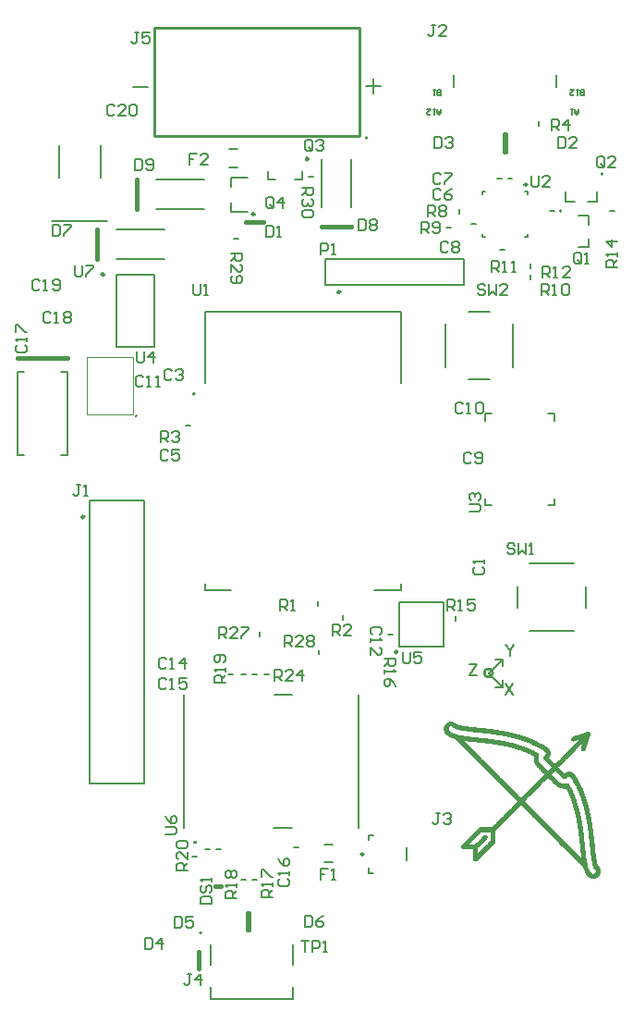
<source format=gto>
G04*
G04 #@! TF.GenerationSoftware,Altium Limited,Altium Designer,22.5.1 (42)*
G04*
G04 Layer_Color=65535*
%FSLAX25Y25*%
%MOIN*%
G70*
G04*
G04 #@! TF.SameCoordinates,416B5E53-2D2E-4D85-A380-7A8587A56ACA*
G04*
G04*
G04 #@! TF.FilePolarity,Positive*
G04*
G01*
G75*
%ADD10C,0.00394*%
%ADD11C,0.00984*%
%ADD12C,0.00787*%
%ADD13C,0.01496*%
%ADD14C,0.01000*%
%ADD15C,0.00500*%
%ADD16C,0.00591*%
%ADD17C,0.00630*%
%ADD18C,0.00200*%
%ADD19C,0.01575*%
%ADD20C,0.00600*%
G36*
X906834Y547088D02*
X906857Y547042D01*
X906984Y547008D01*
X907076Y546984D01*
X907203Y546950D01*
X907353Y546892D01*
X907468Y546846D01*
X907514Y546800D01*
X907664Y546743D01*
X907698Y546708D01*
X907744Y546685D01*
X907859Y546616D01*
X907928Y546547D01*
X907975Y546524D01*
X908067Y546432D01*
X908113Y546409D01*
X908182Y546340D01*
X908228Y546316D01*
X908389Y546201D01*
X908458Y546178D01*
X908620Y546109D01*
X908873Y545994D01*
X909034Y545971D01*
X909242Y545879D01*
X909426Y545856D01*
X909472Y545810D01*
X909887Y545741D01*
X909956Y545717D01*
X910140Y545671D01*
X910382Y545637D01*
X910474Y545614D01*
X910601Y545579D01*
X910762Y545556D01*
X911280Y545476D01*
X911419Y545453D01*
X911718Y545430D01*
X911994Y545383D01*
X912087Y545360D01*
X912317Y545337D01*
X912570Y545314D01*
X912709Y545291D01*
X912939Y545245D01*
X913169Y545222D01*
X913423Y545199D01*
X913883Y545130D01*
X914505Y545084D01*
X914644Y545061D01*
X914759Y545038D01*
X915012Y545015D01*
X915611Y544969D01*
X916084Y544911D01*
X916245Y544888D01*
X916683Y544865D01*
X916752Y544842D01*
X916971Y544807D01*
X917201Y544784D01*
X917593Y544761D01*
X917846Y544738D01*
X917984Y544715D01*
X918295Y544681D01*
X918871Y544635D01*
X918940Y544612D01*
X919182Y544577D01*
X919505Y544554D01*
X919689Y544531D01*
X919827Y544508D01*
X919942Y544485D01*
X920253Y544451D01*
X920610Y544416D01*
X920749Y544393D01*
X920864Y544370D01*
X921071Y544347D01*
X921371Y544324D01*
X921578Y544301D01*
X921693Y544278D01*
X921785Y544255D01*
X922096Y544220D01*
X922350Y544197D01*
X922419Y544174D01*
X922511Y544151D01*
X922672Y544128D01*
X922902Y544105D01*
X923121Y544070D01*
X923213Y544047D01*
X923329Y544024D01*
X923559Y544001D01*
X923743Y543978D01*
X924089Y543909D01*
X924296Y543886D01*
X924573Y543840D01*
X924665Y543817D01*
X924803Y543794D01*
X925010Y543771D01*
X925126Y543748D01*
X925229Y543713D01*
X925321Y543690D01*
X925483Y543667D01*
X925667Y543644D01*
X925736Y543621D01*
X925897Y543575D01*
X926128Y543552D01*
X926358Y543483D01*
X926761Y543425D01*
X926957Y543368D01*
X927118Y543345D01*
X927314Y543310D01*
X927406Y543287D01*
X927533Y543253D01*
X927694Y543229D01*
X927890Y543195D01*
X928017Y543160D01*
X928109Y543137D01*
X928374Y543080D01*
X928489Y543034D01*
X928627Y543011D01*
X928742Y542988D01*
X928834Y542965D01*
X928984Y542907D01*
X929191Y542884D01*
X929261Y542861D01*
X929376Y542815D01*
X929468Y542792D01*
X929652Y542769D01*
X929813Y542700D01*
X929975Y542677D01*
X930067Y542654D01*
X930182Y542607D01*
X930366Y542561D01*
X930505Y542538D01*
X930666Y542469D01*
X930827Y542446D01*
X930988Y542377D01*
X931081Y542354D01*
X931288Y542308D01*
X931449Y542239D01*
X931622Y542204D01*
X931749Y542147D01*
X931841Y542124D01*
X931968Y542089D01*
X932094Y542032D01*
X932336Y541974D01*
X932463Y541916D01*
X932670Y541870D01*
X932831Y541801D01*
X932981Y541767D01*
X933108Y541709D01*
X933292Y541663D01*
X933338Y541640D01*
X933499Y541571D01*
X933626Y541536D01*
X933753Y541479D01*
X933845Y541456D01*
X934075Y541363D01*
X934167Y541340D01*
X934375Y541248D01*
X934525Y541214D01*
X934628Y541156D01*
X934847Y541076D01*
X934882Y541041D01*
X935031Y541006D01*
X935273Y540903D01*
X935527Y540788D01*
X935619Y540765D01*
X935665Y540719D01*
X935757Y540695D01*
X935907Y540638D01*
X935941Y540603D01*
X936091Y540569D01*
X936287Y540465D01*
X936379Y540442D01*
X936494Y540373D01*
X936644Y540315D01*
X936748Y540258D01*
X936897Y540200D01*
X936932Y540166D01*
X937116Y540097D01*
X937508Y539912D01*
X937623Y539843D01*
X937738Y539797D01*
X938084Y539613D01*
X938706Y539290D01*
X938913Y539175D01*
X939028Y539129D01*
X939074Y539106D01*
X939120Y539060D01*
X939270Y539002D01*
X939443Y538899D01*
X939512Y538875D01*
X939581Y538806D01*
X939673Y538783D01*
X939742Y538714D01*
X939858Y538668D01*
X939996Y538576D01*
X940111Y538507D01*
X940434Y538323D01*
X940549Y538253D01*
X940595Y538231D01*
X940664Y538161D01*
X940814Y538104D01*
X940871Y538046D01*
X941033Y537954D01*
X941159Y537850D01*
X941194Y537816D01*
X941240Y537793D01*
X941309Y537724D01*
X941355Y537701D01*
X941447Y537608D01*
X941493Y537585D01*
X941551Y537505D01*
X941620Y537436D01*
X941643Y537390D01*
X941712Y537321D01*
X941735Y537275D01*
X941804Y537205D01*
X941896Y537044D01*
X942058Y536698D01*
X942127Y536537D01*
X942150Y536445D01*
X942173Y536284D01*
X942242Y536030D01*
X942219Y535362D01*
X942196Y535293D01*
X942173Y535201D01*
X942150Y534971D01*
X942058Y534763D01*
X941942Y534510D01*
X941919Y534418D01*
X941827Y534326D01*
X941804Y534280D01*
X941758Y534234D01*
X941735Y534188D01*
X941666Y534072D01*
X941643Y534003D01*
X941666Y533957D01*
X941850Y533773D01*
X941862Y533738D01*
X941908Y533715D01*
X943751Y531872D01*
X943797Y531895D01*
X943866Y531964D01*
X943912Y531987D01*
X943958Y532057D01*
X944004Y532080D01*
X944039Y532114D01*
X944062Y532160D01*
X944142Y532218D01*
X944269Y532345D01*
X944281Y532379D01*
X944327Y532402D01*
X944592Y532667D01*
X944603Y532702D01*
X944649Y532725D01*
X945144Y533220D01*
X945156Y533254D01*
X945202Y533278D01*
X945490Y533566D01*
X945502Y533600D01*
X945548Y533623D01*
X945813Y533888D01*
X945836Y533934D01*
X945928Y534003D01*
X945951Y534049D01*
X946020Y534095D01*
X946043Y534141D01*
X946078Y534176D01*
X946124Y534199D01*
X946181Y534280D01*
X946250Y534326D01*
X946262Y534360D01*
X946308Y534383D01*
X946366Y534441D01*
X946377Y534476D01*
X946423Y534499D01*
X946918Y534994D01*
X946930Y535028D01*
X946976Y535051D01*
X947264Y535339D01*
X947275Y535374D01*
X947322Y535397D01*
X947932Y536007D01*
X947943Y536042D01*
X947990Y536065D01*
X948024Y536100D01*
X948036Y536134D01*
X948082Y536157D01*
X948116Y536192D01*
X948139Y536238D01*
X948174Y536272D01*
X948220Y536295D01*
X948277Y536376D01*
X948358Y536434D01*
X948381Y536480D01*
X948427Y536503D01*
X948462Y536537D01*
X948485Y536583D01*
X948623Y536698D01*
X948692Y536768D01*
X948704Y536802D01*
X948750Y536825D01*
X949913Y537989D01*
X949925Y538023D01*
X949971Y538046D01*
X950236Y538311D01*
X950259Y538357D01*
X950339Y538415D01*
X950362Y538461D01*
X950408Y538484D01*
X950443Y538518D01*
X950466Y538564D01*
X950501Y538599D01*
X950547Y538622D01*
X950581Y538657D01*
X950593Y538691D01*
X950639Y538714D01*
X950789Y538864D01*
X950800Y538899D01*
X950846Y538922D01*
X952332Y540408D01*
X952355Y540454D01*
X952378Y540523D01*
X952367Y540534D01*
X952251Y540488D01*
X952159Y540465D01*
X952033Y540430D01*
X951906Y540373D01*
X951814Y540350D01*
X951687Y540315D01*
X951652Y540281D01*
X951503Y540246D01*
X951388Y540223D01*
X951192Y540143D01*
X951065Y540108D01*
X950938Y540050D01*
X950846Y540027D01*
X950720Y539993D01*
X950535Y539947D01*
X950432Y539935D01*
X950362Y539958D01*
X950236Y539993D01*
X950144Y540016D01*
X950063Y540050D01*
X949856Y540212D01*
X949752Y540315D01*
X949729Y540361D01*
X949683Y540408D01*
X949648Y540534D01*
X949614Y540638D01*
X949591Y540799D01*
X949614Y541030D01*
X949660Y541145D01*
X949717Y541294D01*
X949798Y541375D01*
X949821Y541421D01*
X949948Y541548D01*
X950097Y541605D01*
X950155Y541663D01*
X950339Y541709D01*
X950501Y541778D01*
X950650Y541813D01*
X950846Y541893D01*
X951031Y541939D01*
X951077Y541986D01*
X951318Y542043D01*
X951445Y542101D01*
X951537Y542124D01*
X951664Y542158D01*
X951791Y542216D01*
X951940Y542250D01*
X952056Y542297D01*
X952159Y542331D01*
X952251Y542354D01*
X952401Y542412D01*
X952505Y542446D01*
X952689Y542492D01*
X952735Y542538D01*
X952885Y542573D01*
X952977Y542596D01*
X953058Y542630D01*
X953173Y542677D01*
X953311Y542700D01*
X953518Y542792D01*
X953657Y542815D01*
X953818Y542884D01*
X953910Y542907D01*
X954060Y542965D01*
X954163Y542999D01*
X954348Y543045D01*
X954394Y543091D01*
X954636Y543149D01*
X954762Y543207D01*
X954855Y543229D01*
X954981Y543264D01*
X955108Y543322D01*
X955315Y543368D01*
X955477Y543437D01*
X955638Y543460D01*
X956075Y543437D01*
X956122Y543391D01*
X956329Y543276D01*
X956456Y543149D01*
X956479Y543103D01*
X956525Y543057D01*
X956582Y542907D01*
X956640Y542780D01*
X956617Y542319D01*
X956548Y542158D01*
X956513Y542009D01*
X956456Y541882D01*
X956410Y541698D01*
X956341Y541536D01*
X956317Y541444D01*
X956283Y541317D01*
X956248Y541283D01*
X956202Y541099D01*
X956168Y540972D01*
X956133Y540937D01*
X956110Y540845D01*
X956075Y540695D01*
X956018Y540569D01*
X955995Y540477D01*
X955880Y540177D01*
X955857Y540039D01*
X955788Y539878D01*
X955764Y539785D01*
X955649Y539486D01*
X955626Y539348D01*
X955557Y539186D01*
X955511Y539002D01*
X955465Y538956D01*
X955408Y538714D01*
X955350Y538588D01*
X955327Y538495D01*
X955292Y538369D01*
X955235Y538242D01*
X955189Y538035D01*
X955097Y537827D01*
X955073Y537689D01*
X955004Y537528D01*
X954981Y537436D01*
X954912Y537275D01*
X954889Y537182D01*
X954855Y537056D01*
X954774Y536906D01*
X954705Y536791D01*
X954624Y536687D01*
X954578Y536664D01*
X954555Y536618D01*
X954509Y536595D01*
X954371Y536503D01*
X954094Y536434D01*
X953956Y536411D01*
X953887Y536434D01*
X953795Y536457D01*
X953668Y536491D01*
X953495Y536595D01*
X953449Y536618D01*
X953323Y536745D01*
X953300Y536791D01*
X953230Y536860D01*
X953207Y536952D01*
X953161Y537067D01*
X953115Y537228D01*
X953150Y537539D01*
X953196Y537655D01*
X953219Y537747D01*
X953242Y537862D01*
X953323Y538058D01*
X953357Y538207D01*
X953415Y538334D01*
X953438Y538426D01*
X953472Y538553D01*
X953530Y538680D01*
X953553Y538772D01*
X953588Y538899D01*
X953668Y539094D01*
X953645Y539186D01*
X953611Y539198D01*
X953484Y539071D01*
X953472Y539037D01*
X953426Y539014D01*
X952217Y537804D01*
X952194Y537758D01*
X952113Y537701D01*
X951295Y536883D01*
X951284Y536848D01*
X951238Y536825D01*
X948646Y534234D01*
X948635Y534199D01*
X948589Y534176D01*
X947794Y533381D01*
X947771Y533335D01*
X947633Y533220D01*
X946872Y532460D01*
X946861Y532425D01*
X946815Y532402D01*
X945214Y530801D01*
X945202Y530767D01*
X945156Y530744D01*
X945052Y530640D01*
X945075Y530525D01*
X945156Y530467D01*
X946273Y529350D01*
X946285Y529315D01*
X946331Y529292D01*
X946389Y529235D01*
X946400Y529200D01*
X946446Y529177D01*
X947183Y528440D01*
X947275Y528463D01*
X947322Y528509D01*
X947437Y528578D01*
X947483Y528624D01*
X947598Y528693D01*
X947759Y528762D01*
X947805Y528785D01*
X948013Y528877D01*
X948174Y528947D01*
X948335Y528970D01*
X948519Y529016D01*
X948784Y529050D01*
X949118Y529062D01*
X949187Y529039D01*
X949326Y529016D01*
X949395Y528993D01*
X949487Y528970D01*
X949706Y528935D01*
X949821Y528889D01*
X949971Y528831D01*
X950017Y528808D01*
X950063Y528762D01*
X950190Y528728D01*
X950362Y528624D01*
X950408Y528601D01*
X950478Y528532D01*
X950524Y528509D01*
X950616Y528417D01*
X950662Y528394D01*
X950754Y528302D01*
X950800Y528279D01*
X950881Y528198D01*
X950904Y528152D01*
X951007Y528025D01*
X951042Y527991D01*
X951054Y527956D01*
X951100Y527933D01*
X951180Y527806D01*
X951226Y527760D01*
X951249Y527668D01*
X951318Y527599D01*
X951503Y527277D01*
X951733Y526862D01*
X951779Y526816D01*
X951825Y526701D01*
X951871Y526654D01*
X952056Y526332D01*
X952102Y526286D01*
X952159Y526136D01*
X952194Y526102D01*
X952240Y525986D01*
X952263Y525940D01*
X952309Y525894D01*
X952367Y525744D01*
X952447Y525595D01*
X952516Y525480D01*
X952562Y525364D01*
X952585Y525318D01*
X952678Y525180D01*
X952701Y525088D01*
X952770Y525019D01*
X952793Y524927D01*
X952885Y524789D01*
X952931Y524673D01*
X952977Y524627D01*
X953012Y524501D01*
X953092Y524351D01*
X953150Y524201D01*
X953184Y524166D01*
X953230Y524051D01*
X953253Y523959D01*
X953300Y523913D01*
X953369Y523729D01*
X953415Y523683D01*
X953438Y523591D01*
X953553Y523337D01*
X953783Y522853D01*
X953806Y522761D01*
X953852Y522715D01*
X953876Y522623D01*
X953933Y522473D01*
X953968Y522439D01*
X953991Y522347D01*
X954048Y522197D01*
X954083Y522162D01*
X954117Y522013D01*
X954198Y521863D01*
X954221Y521771D01*
X954267Y521656D01*
X954313Y521609D01*
X954348Y521460D01*
X954428Y521264D01*
X954451Y521172D01*
X954544Y520964D01*
X954578Y520838D01*
X954659Y520642D01*
X954693Y520515D01*
X954751Y520389D01*
X954797Y520204D01*
X954866Y520089D01*
X954901Y519939D01*
X954935Y519859D01*
X954981Y519743D01*
X955016Y519594D01*
X955073Y519467D01*
X955097Y519375D01*
X955131Y519225D01*
X955166Y519191D01*
X955212Y519029D01*
X955246Y518880D01*
X955304Y518776D01*
X955327Y518684D01*
X955350Y518545D01*
X955419Y518384D01*
X955442Y518292D01*
X955465Y518177D01*
X955534Y518016D01*
X955569Y517843D01*
X955615Y517728D01*
X955649Y517601D01*
X955684Y517428D01*
X955742Y517302D01*
X955764Y517140D01*
X955788Y517048D01*
X955857Y516887D01*
X955880Y516726D01*
X955903Y516633D01*
X955972Y516472D01*
X956006Y516253D01*
X956075Y516069D01*
X956122Y515793D01*
X956168Y515677D01*
X956191Y515585D01*
X956214Y515447D01*
X956237Y515332D01*
X956294Y515136D01*
X956317Y515044D01*
X956352Y514848D01*
X956410Y514698D01*
X956444Y514410D01*
X956490Y514226D01*
X956525Y514099D01*
X956548Y513869D01*
X956582Y513719D01*
X956617Y513593D01*
X956640Y513500D01*
X956663Y513270D01*
X956686Y513201D01*
X956721Y513074D01*
X956744Y512982D01*
X956767Y512798D01*
X956790Y512683D01*
X956813Y512591D01*
X956847Y512464D01*
X956870Y512302D01*
X956905Y512107D01*
X956939Y511980D01*
X956962Y511888D01*
X956985Y511727D01*
X957043Y511462D01*
X957066Y511370D01*
X957089Y511185D01*
X957112Y510932D01*
X957135Y510840D01*
X957181Y510609D01*
X957204Y510379D01*
X957227Y510195D01*
X957296Y509849D01*
X957320Y509642D01*
X957343Y509411D01*
X957389Y509227D01*
X957412Y509089D01*
X957435Y508858D01*
X957481Y508605D01*
X957504Y508490D01*
X957527Y508306D01*
X957550Y507983D01*
X957573Y507845D01*
X957619Y507545D01*
X957642Y507315D01*
X957665Y506992D01*
X957734Y506578D01*
X957757Y506301D01*
X957780Y506048D01*
X957826Y505772D01*
X957861Y505461D01*
X957895Y505057D01*
X957918Y504919D01*
X957953Y504608D01*
X957976Y504447D01*
X957999Y503986D01*
X958022Y503917D01*
X958045Y503687D01*
X958068Y503618D01*
X958126Y502846D01*
X958172Y502546D01*
X958218Y501947D01*
X958241Y501740D01*
X958264Y501625D01*
X958287Y501441D01*
X958310Y501118D01*
X958333Y500842D01*
X958379Y500565D01*
X958414Y500254D01*
X958448Y499851D01*
X958471Y499736D01*
X958494Y499644D01*
X958564Y499022D01*
X958587Y498884D01*
X958610Y498768D01*
X958644Y498457D01*
X958667Y498135D01*
X958690Y498066D01*
X958713Y497974D01*
X958736Y497743D01*
X958759Y497582D01*
X958794Y497386D01*
X958852Y497190D01*
X958886Y496925D01*
X958909Y496833D01*
X958944Y496707D01*
X958967Y496614D01*
X958990Y496361D01*
X959082Y496154D01*
X959105Y495992D01*
X959174Y495831D01*
X959197Y495739D01*
X959220Y495601D01*
X959312Y495394D01*
X959474Y495094D01*
X959692Y494806D01*
X959750Y494748D01*
X959773Y494702D01*
X959842Y494633D01*
X959934Y494472D01*
X959980Y494357D01*
X960003Y494311D01*
X960049Y494265D01*
X960130Y494046D01*
X960188Y493896D01*
X960211Y493735D01*
X960257Y493620D01*
X960280Y493528D01*
X960303Y492952D01*
X960280Y492859D01*
X960257Y492606D01*
X960211Y492491D01*
X960188Y492399D01*
X960153Y492272D01*
X960096Y492122D01*
X960049Y492007D01*
X960003Y491961D01*
X959957Y491846D01*
X959934Y491800D01*
X959888Y491754D01*
X959796Y491592D01*
X959750Y491546D01*
X959727Y491500D01*
X959635Y491408D01*
X959612Y491362D01*
X959393Y491143D01*
X959347Y491120D01*
X959255Y491028D01*
X959208Y491005D01*
X959116Y490913D01*
X959047Y490890D01*
X958932Y490821D01*
X958771Y490729D01*
X958702Y490705D01*
X958402Y490590D01*
X958241Y490567D01*
X958126Y490521D01*
X957965Y490498D01*
X957527Y490475D01*
X957458Y490498D01*
X957181Y490521D01*
X957112Y490544D01*
X956951Y490590D01*
X956801Y490625D01*
X956674Y490682D01*
X956582Y490705D01*
X956536Y490729D01*
X956398Y490821D01*
X956306Y490844D01*
X956237Y490913D01*
X956122Y490959D01*
X956075Y491028D01*
X956030Y491051D01*
X955937Y491143D01*
X955891Y491166D01*
X955649Y491408D01*
X955626Y491454D01*
X955465Y491615D01*
X955442Y491662D01*
X955327Y491777D01*
X955304Y491823D01*
X955235Y491892D01*
X955212Y491938D01*
X955097Y492099D01*
X955027Y492214D01*
X954843Y492537D01*
X954774Y492652D01*
X954751Y492698D01*
X954659Y492836D01*
X954636Y492952D01*
X954567Y493067D01*
X954509Y493217D01*
X954451Y493343D01*
X954394Y493493D01*
X954359Y493528D01*
X954313Y493689D01*
X954244Y493850D01*
X954221Y493942D01*
X954187Y494069D01*
X954152Y494103D01*
X954117Y494230D01*
X954094Y494345D01*
X954048Y494460D01*
X954014Y494564D01*
X953956Y494714D01*
X953841Y494829D01*
X953806Y494841D01*
X953783Y494887D01*
X953403Y495267D01*
X953369Y495278D01*
X953346Y495324D01*
X953288Y495382D01*
X953242Y495405D01*
X953184Y495486D01*
X952413Y496257D01*
X952367Y496280D01*
X952309Y496361D01*
X952240Y496407D01*
X952217Y496453D01*
X951629Y497041D01*
X951595Y497052D01*
X951572Y497098D01*
X951537Y497133D01*
X951491Y497156D01*
X951434Y497236D01*
X950869Y497801D01*
X950835Y497812D01*
X950812Y497858D01*
X949856Y498814D01*
X949821Y498826D01*
X949798Y498872D01*
X949763Y498907D01*
X949717Y498930D01*
X949660Y499010D01*
X949418Y499252D01*
X949383Y499264D01*
X949360Y499310D01*
X948980Y499690D01*
X948946Y499701D01*
X948923Y499747D01*
X948865Y499805D01*
X948819Y499828D01*
X948761Y499909D01*
X947990Y500680D01*
X947943Y500703D01*
X947886Y500784D01*
X947817Y500830D01*
X947794Y500876D01*
X947206Y501464D01*
X947172Y501475D01*
X947149Y501521D01*
X947114Y501556D01*
X947068Y501579D01*
X947011Y501659D01*
X946446Y502224D01*
X946412Y502235D01*
X946389Y502282D01*
X945432Y503237D01*
X945398Y503249D01*
X945375Y503295D01*
X945340Y503330D01*
X945294Y503353D01*
X945237Y503433D01*
X944995Y503675D01*
X944960Y503687D01*
X944937Y503733D01*
X944557Y504113D01*
X944523Y504124D01*
X944499Y504171D01*
X944442Y504228D01*
X944396Y504251D01*
X944281Y504389D01*
X943567Y505103D01*
X943520Y505126D01*
X943463Y505207D01*
X943394Y505253D01*
X943371Y505299D01*
X942783Y505887D01*
X942749Y505898D01*
X942726Y505944D01*
X942691Y505979D01*
X942645Y506002D01*
X942587Y506083D01*
X942023Y506647D01*
X941988Y506659D01*
X941965Y506705D01*
X941009Y507661D01*
X940975Y507672D01*
X940952Y507718D01*
X940917Y507753D01*
X940871Y507776D01*
X940814Y507856D01*
X940572Y508098D01*
X940537Y508110D01*
X940514Y508156D01*
X940134Y508536D01*
X940100Y508547D01*
X940076Y508594D01*
X940019Y508651D01*
X939973Y508674D01*
X939915Y508755D01*
X939143Y509527D01*
X939097Y509550D01*
X939040Y509630D01*
X938971Y509676D01*
X938948Y509722D01*
X938360Y510310D01*
X938326Y510321D01*
X938303Y510367D01*
X938268Y510402D01*
X938222Y510425D01*
X938107Y510563D01*
X937600Y511070D01*
X937565Y511082D01*
X937542Y511128D01*
X936586Y512084D01*
X936552Y512095D01*
X936529Y512141D01*
X936494Y512176D01*
X936448Y512199D01*
X936390Y512280D01*
X936149Y512521D01*
X936114Y512533D01*
X936091Y512579D01*
X935711Y512959D01*
X935676Y512971D01*
X935653Y513017D01*
X935596Y513074D01*
X935550Y513097D01*
X935492Y513178D01*
X934720Y513950D01*
X934674Y513973D01*
X934617Y514053D01*
X934548Y514099D01*
X934525Y514146D01*
X933937Y514733D01*
X933902Y514744D01*
X933879Y514790D01*
X933845Y514825D01*
X933799Y514848D01*
X933741Y514929D01*
X933177Y515493D01*
X933142Y515505D01*
X933119Y515551D01*
X932163Y516507D01*
X932129Y516518D01*
X932106Y516564D01*
X932071Y516599D01*
X932025Y516622D01*
X931968Y516703D01*
X931610Y517060D01*
X931518Y517083D01*
X931472Y517060D01*
X922269Y507856D01*
X922223Y507741D01*
X922200Y503548D01*
X922154Y503433D01*
X922131Y503341D01*
X922062Y503272D01*
X922039Y503226D01*
X921946Y503134D01*
X921935Y503099D01*
X921889Y503076D01*
X921716Y502904D01*
X921693Y502857D01*
X921013Y502178D01*
X920967Y502155D01*
X920852Y502017D01*
X920668Y501832D01*
X920633Y501821D01*
X920610Y501775D01*
X920576Y501740D01*
X920530Y501717D01*
X920461Y501625D01*
X920415Y501602D01*
X920299Y501464D01*
X920138Y501302D01*
X920092Y501279D01*
X920034Y501199D01*
X919816Y500980D01*
X919769Y500957D01*
X919597Y500784D01*
X919585Y500749D01*
X919539Y500727D01*
X919481Y500646D01*
X919240Y500404D01*
X919193Y500381D01*
X919136Y500300D01*
X918917Y500081D01*
X918871Y500058D01*
X918802Y499966D01*
X918756Y499943D01*
X918687Y499851D01*
X918641Y499828D01*
X918525Y499690D01*
X918364Y499529D01*
X918318Y499506D01*
X918260Y499425D01*
X918019Y499183D01*
X917984Y499171D01*
X917961Y499125D01*
X917903Y499068D01*
X917869Y499056D01*
X917846Y499010D01*
X917811Y498976D01*
X917765Y498953D01*
X917650Y498814D01*
X917604Y498768D01*
X917558Y498745D01*
X917523Y498711D01*
X917512Y498676D01*
X917466Y498653D01*
X917293Y498480D01*
X917270Y498434D01*
X917143Y498308D01*
X917097Y498285D01*
X917040Y498204D01*
X916994Y498181D01*
X916971Y498135D01*
X916936Y498100D01*
X916890Y498077D01*
X916855Y498043D01*
X916832Y497997D01*
X916590Y497755D01*
X916544Y497732D01*
X916487Y497651D01*
X916441Y497628D01*
X916418Y497582D01*
X916268Y497432D01*
X916222Y497409D01*
X916164Y497329D01*
X916095Y497283D01*
X916072Y497236D01*
X916037Y497202D01*
X915991Y497179D01*
X915934Y497098D01*
X915738Y496902D01*
X915692Y496879D01*
X915623Y496810D01*
X915404Y496730D01*
X915312Y496707D01*
X915001Y496695D01*
X914840Y496764D01*
X914690Y496822D01*
X914609Y496902D01*
X914563Y496925D01*
X914436Y497052D01*
X914298Y497352D01*
X914275Y497858D01*
X914287Y501026D01*
X914241Y501095D01*
X910532Y501118D01*
X910232Y501279D01*
X910186Y501326D01*
X910140Y501348D01*
X910082Y501406D01*
X910071Y501441D01*
X910025Y501464D01*
X909967Y501590D01*
X909944Y501636D01*
X909875Y501798D01*
X909898Y502282D01*
X910036Y502512D01*
X910082Y502558D01*
X910106Y502604D01*
X916337Y508836D01*
X916383Y508858D01*
X916452Y508928D01*
X916602Y508985D01*
X916729Y509043D01*
X917028Y509066D01*
X921013Y509089D01*
X921048Y509123D01*
X921060Y509158D01*
X921106Y509181D01*
X921393Y509469D01*
X921405Y509504D01*
X921451Y509527D01*
X921486Y509561D01*
X921509Y509607D01*
X921578Y509653D01*
X921601Y509699D01*
X921635Y509734D01*
X921681Y509757D01*
X921751Y509849D01*
X921797Y509872D01*
X921843Y509941D01*
X921889Y509964D01*
X921923Y509999D01*
X921946Y510045D01*
X921981Y510079D01*
X922027Y510103D01*
X922154Y510229D01*
X922165Y510264D01*
X922211Y510287D01*
X922476Y510552D01*
X922488Y510586D01*
X922534Y510609D01*
X923029Y511105D01*
X923041Y511139D01*
X923087Y511162D01*
X923375Y511450D01*
X923386Y511485D01*
X923432Y511508D01*
X923697Y511773D01*
X923720Y511819D01*
X923801Y511876D01*
X923847Y511945D01*
X923893Y511969D01*
X923962Y512061D01*
X924008Y512084D01*
X924077Y512176D01*
X924123Y512199D01*
X924170Y512268D01*
X924216Y512291D01*
X924250Y512326D01*
X924273Y512372D01*
X924354Y512429D01*
X924596Y512671D01*
X924607Y512706D01*
X924653Y512729D01*
X924803Y512878D01*
X924815Y512913D01*
X924861Y512936D01*
X925126Y513201D01*
X925149Y513247D01*
X925229Y513305D01*
X925817Y513892D01*
X925828Y513927D01*
X925874Y513950D01*
X925909Y513984D01*
X925932Y514030D01*
X926001Y514076D01*
X926024Y514122D01*
X926058Y514157D01*
X926105Y514180D01*
X926174Y514272D01*
X926220Y514295D01*
X926266Y514364D01*
X926312Y514387D01*
X926346Y514422D01*
X926369Y514468D01*
X926404Y514502D01*
X926450Y514526D01*
X926577Y514652D01*
X926588Y514687D01*
X926634Y514710D01*
X926899Y514975D01*
X926911Y515009D01*
X926957Y515032D01*
X927452Y515528D01*
X927464Y515562D01*
X927510Y515585D01*
X927798Y515873D01*
X927809Y515908D01*
X927855Y515931D01*
X928120Y516196D01*
X928143Y516242D01*
X928224Y516299D01*
X928270Y516368D01*
X928316Y516392D01*
X928374Y516472D01*
X928443Y516518D01*
X928466Y516564D01*
X928500Y516599D01*
X928547Y516622D01*
X928593Y516691D01*
X928639Y516714D01*
X928673Y516749D01*
Y516772D01*
X928685Y516783D01*
X928811Y516887D01*
X929019Y517094D01*
X929030Y517129D01*
X929076Y517152D01*
X929226Y517302D01*
X929238Y517336D01*
X929284Y517359D01*
X929549Y517624D01*
X929572Y517670D01*
X929652Y517728D01*
X930124Y518200D01*
X930136Y518234D01*
X930182Y518258D01*
X930217Y518292D01*
X930240Y518384D01*
X930217Y518453D01*
X930182Y518488D01*
X930136Y518511D01*
X930078Y518592D01*
X930032Y518615D01*
X930009Y518661D01*
X929514Y519156D01*
X929480Y519168D01*
X929456Y519214D01*
X929422Y519248D01*
X929376Y519271D01*
X929318Y519352D01*
X928754Y519916D01*
X928719Y519928D01*
X928696Y519974D01*
X927740Y520930D01*
X927706Y520941D01*
X927683Y520987D01*
X927648Y521022D01*
X927602Y521045D01*
X927544Y521126D01*
X927302Y521368D01*
X927268Y521379D01*
X927245Y521425D01*
X926865Y521805D01*
X926830Y521817D01*
X926807Y521863D01*
X926750Y521920D01*
X926703Y521943D01*
X926588Y522082D01*
X925874Y522796D01*
X925828Y522819D01*
X925770Y522899D01*
X925701Y522945D01*
X925678Y522992D01*
X925091Y523579D01*
X925056Y523591D01*
X925033Y523637D01*
X924999Y523671D01*
X924953Y523694D01*
X924895Y523775D01*
X924331Y524339D01*
X924296Y524351D01*
X924273Y524397D01*
X923317Y525353D01*
X923283Y525364D01*
X923260Y525411D01*
X923225Y525445D01*
X923179Y525468D01*
X923121Y525549D01*
X922879Y525791D01*
X922845Y525802D01*
X922822Y525848D01*
X922442Y526228D01*
X922407Y526240D01*
X922384Y526286D01*
X922326Y526343D01*
X922281Y526367D01*
X922223Y526447D01*
X921451Y527219D01*
X921405Y527242D01*
X921336Y527334D01*
X921290Y527357D01*
X921175Y527495D01*
X920668Y528002D01*
X920633Y528014D01*
X920610Y528060D01*
X920576Y528094D01*
X920530Y528117D01*
X920472Y528198D01*
X919908Y528762D01*
X919873Y528774D01*
X919850Y528820D01*
X918894Y529776D01*
X918859Y529787D01*
X918836Y529834D01*
X918802Y529868D01*
X918756Y529891D01*
X918698Y529972D01*
X918456Y530214D01*
X918422Y530225D01*
X918399Y530271D01*
X918019Y530651D01*
X917984Y530663D01*
X917961Y530709D01*
X917903Y530767D01*
X917857Y530790D01*
X917800Y530870D01*
X917028Y531642D01*
X916982Y531665D01*
X916924Y531746D01*
X916855Y531792D01*
X916832Y531838D01*
X916245Y532425D01*
X916210Y532437D01*
X916187Y532483D01*
X916153Y532517D01*
X916107Y532540D01*
X916049Y532621D01*
X915485Y533185D01*
X915450Y533197D01*
X915427Y533243D01*
X914471Y534199D01*
X914436Y534211D01*
X914413Y534257D01*
X914379Y534291D01*
X914333Y534314D01*
X914275Y534395D01*
X914033Y534637D01*
X913999Y534648D01*
X913976Y534694D01*
X913596Y535074D01*
X913561Y535086D01*
X913538Y535132D01*
X913480Y535190D01*
X913434Y535213D01*
X913377Y535293D01*
X912605Y536065D01*
X912559Y536088D01*
X912501Y536169D01*
X912432Y536215D01*
X912409Y536261D01*
X911822Y536848D01*
X911787Y536860D01*
X911764Y536906D01*
X911730Y536940D01*
X911683Y536964D01*
X911626Y537044D01*
X911061Y537608D01*
X911027Y537620D01*
X911004Y537666D01*
X910048Y538622D01*
X910013Y538634D01*
X909990Y538680D01*
X909956Y538714D01*
X909910Y538737D01*
X909852Y538818D01*
X909610Y539060D01*
X909576Y539071D01*
X909553Y539117D01*
X909173Y539498D01*
X909138Y539509D01*
X909115Y539555D01*
X909057Y539613D01*
X909011Y539636D01*
X908954Y539716D01*
X908182Y540488D01*
X908136Y540511D01*
X908078Y540592D01*
X908032Y540615D01*
X908009Y540661D01*
X907952Y540719D01*
X907905Y540741D01*
X907859Y540788D01*
X907687Y540822D01*
X907560Y540880D01*
X907468Y540903D01*
X907341Y540937D01*
X907214Y540995D01*
X906973Y541052D01*
X906938Y541087D01*
X906846Y541110D01*
X906696Y541168D01*
X906662Y541202D01*
X906443Y541283D01*
X906408Y541317D01*
X906189Y541398D01*
X906155Y541433D01*
X905970Y541502D01*
X905924Y541548D01*
X905775Y541605D01*
X905717Y541663D01*
X905233Y541939D01*
X905187Y541986D01*
X905141Y542009D01*
X905014Y542112D01*
X904980Y542147D01*
X904934Y542170D01*
X904865Y542239D01*
X904819Y542262D01*
X904784Y542297D01*
X904772Y542331D01*
X904726Y542354D01*
X904634Y542446D01*
X904588Y542469D01*
X904323Y542734D01*
X904300Y542780D01*
X904231Y542849D01*
X904208Y542896D01*
X904139Y542942D01*
X904093Y543057D01*
X904047Y543103D01*
X903989Y543253D01*
X903932Y543333D01*
X903909Y543402D01*
X903793Y543702D01*
X903770Y543863D01*
X903724Y543978D01*
X903701Y544278D01*
X903678Y544370D01*
X903713Y544842D01*
X903736Y544980D01*
X903770Y545084D01*
X903793Y545176D01*
X903816Y545314D01*
X903909Y545522D01*
X903978Y545637D01*
X904024Y545752D01*
X904047Y545798D01*
X904093Y545844D01*
X904139Y545959D01*
X904254Y546074D01*
X904277Y546121D01*
X904369Y546213D01*
X904381Y546247D01*
X904427Y546270D01*
X904611Y546455D01*
X904657Y546478D01*
X904680Y546524D01*
X904726Y546547D01*
X904853Y546651D01*
X905095Y546777D01*
X905141Y546800D01*
X905187Y546846D01*
X905348Y546892D01*
X905394Y546915D01*
X905556Y546984D01*
X905740Y547008D01*
X905878Y547100D01*
X906834Y547088D01*
D02*
G37*
%LPC*%
G36*
X906316Y545326D02*
X906085Y545303D01*
X905832Y545165D01*
X905786Y545119D01*
X905740Y545095D01*
X905659Y545015D01*
X905636Y544969D01*
X905590Y544923D01*
X905498Y544692D01*
X905475Y544600D01*
X905452Y544439D01*
X905475Y544278D01*
X905510Y544151D01*
X905544Y544116D01*
X905590Y544001D01*
X905659Y543932D01*
X905729Y543817D01*
X905763Y543782D01*
X905809Y543759D01*
X905878Y543690D01*
X905924Y543667D01*
X905982Y543633D01*
X905993Y543598D01*
X906040Y543575D01*
X906120Y543517D01*
X906132Y543483D01*
X906178Y543460D01*
X906304Y543356D01*
X906443Y543264D01*
X906581Y543195D01*
X906615Y543160D01*
X906731Y543114D01*
X906846Y543045D01*
X906961Y542999D01*
X907076Y542930D01*
X907099Y542907D01*
X907122D01*
X907237Y542861D01*
X907399Y542792D01*
X907525Y542757D01*
X907652Y542700D01*
X907744Y542677D01*
X907871Y542642D01*
X907998Y542585D01*
X908182Y542538D01*
X908343Y542469D01*
X908539Y542435D01*
X908631Y542412D01*
X908827Y542354D01*
X908988Y542331D01*
X909138Y542274D01*
X909230Y542250D01*
X909507Y542204D01*
X909633Y542170D01*
X909725Y542147D01*
X909956Y542124D01*
X910221Y542066D01*
X910313Y542043D01*
X910451Y542020D01*
X910658Y541997D01*
X910797Y541974D01*
X910889Y541951D01*
X911027Y541928D01*
X911280Y541905D01*
X911511Y541882D01*
X911649Y541859D01*
X911764Y541836D01*
X911902Y541813D01*
X912156Y541790D01*
X912363Y541767D01*
X912547Y541744D01*
X912663Y541721D01*
X912893Y541698D01*
X913192Y541675D01*
X913400Y541651D01*
X913538Y541628D01*
X913722Y541605D01*
X914033Y541571D01*
X914448Y541548D01*
X914517Y541525D01*
X914759Y541490D01*
X914989Y541467D01*
X915358Y541444D01*
X915565Y541421D01*
X915680Y541398D01*
X915865Y541375D01*
X916141Y541352D01*
X916441Y541329D01*
X916717Y541283D01*
X916924Y541260D01*
X917247Y541237D01*
X917477Y541214D01*
X917616Y541191D01*
X917731Y541168D01*
X918042Y541133D01*
X918468Y541099D01*
X918744Y541052D01*
X918952Y541030D01*
X919505Y540983D01*
X919781Y540937D01*
X920057Y540914D01*
X920553Y540880D01*
X920622Y540857D01*
X920818Y540822D01*
X921002Y540799D01*
X921255Y540776D01*
X921371Y540753D01*
X921463Y540730D01*
X921601Y540707D01*
X921831Y540684D01*
X922015Y540661D01*
X922361Y540592D01*
X922614Y540569D01*
X922799Y540546D01*
X923029Y540500D01*
X923167Y540477D01*
X923444Y540454D01*
X923559Y540430D01*
X923686Y540396D01*
X923847Y540373D01*
X923939Y540350D01*
X924170Y540327D01*
X924285Y540281D01*
X924446Y540258D01*
X924538Y540235D01*
X924768Y540212D01*
X924884Y540166D01*
X925045Y540143D01*
X925379Y540085D01*
X925563Y540039D01*
X925770Y540016D01*
X925909Y539993D01*
X926001Y539970D01*
X926128Y539935D01*
X926289Y539912D01*
X926531Y539855D01*
X926657Y539820D01*
X926819Y539797D01*
X926945Y539762D01*
X927061Y539716D01*
X927199Y539693D01*
X927418Y539659D01*
X927533Y539613D01*
X927625Y539590D01*
X927821Y539555D01*
X928017Y539498D01*
X928109Y539474D01*
X928328Y539440D01*
X928443Y539394D01*
X928535Y539371D01*
X928788Y539325D01*
X928938Y539267D01*
X929134Y539233D01*
X929226Y539210D01*
X929353Y539152D01*
X929595Y539094D01*
X929629Y539060D01*
X929952Y538991D01*
X930113Y538922D01*
X930286Y538887D01*
X930412Y538830D01*
X930505Y538806D01*
X930654Y538772D01*
X930781Y538714D01*
X930942Y538691D01*
X931092Y538634D01*
X931196Y538599D01*
X931403Y538553D01*
X931564Y538484D01*
X931737Y538449D01*
X931864Y538392D01*
X931956Y538369D01*
X932083Y538334D01*
X932186Y538277D01*
X932278Y538253D01*
X932578Y538138D01*
X932693Y538115D01*
X932739Y538069D01*
X932924Y538023D01*
X933131Y537931D01*
X933269Y537908D01*
X933476Y537816D01*
X933592Y537770D01*
X933753Y537701D01*
X933845Y537678D01*
X933891Y537632D01*
X934052Y537585D01*
X934260Y537493D01*
X934409Y537436D01*
X934444Y537401D01*
X934536Y537378D01*
X934686Y537321D01*
X934720Y537286D01*
X934847Y537251D01*
X934928Y537217D01*
X935135Y537125D01*
X935181Y537102D01*
X935227Y537056D01*
X935354Y537021D01*
X935435Y536964D01*
X935504Y536940D01*
X935619Y536894D01*
X935734Y536825D01*
X935861Y536791D01*
X935918Y536733D01*
X936010Y536710D01*
X936586Y536411D01*
X936701Y536365D01*
X936748Y536341D01*
X936794Y536295D01*
X936943Y536238D01*
X937116Y536134D01*
X937185Y536111D01*
X937231Y536065D01*
X937416Y535996D01*
X937462Y535950D01*
X937577Y535904D01*
X937646Y535835D01*
X937692Y535812D01*
X937750Y535777D01*
X937773Y535731D01*
X937842Y535685D01*
X937911Y535570D01*
X937980Y535408D01*
X938003Y535316D01*
X938026Y535247D01*
X938049Y535155D01*
X938015Y534959D01*
X937992Y534867D01*
X937922Y534429D01*
X937899Y534245D01*
X937888Y533842D01*
X937934Y533727D01*
X937969Y533347D01*
X937992Y533254D01*
X938038Y533139D01*
X938107Y532886D01*
X938245Y532610D01*
X938280Y532575D01*
X938337Y532425D01*
X938395Y532368D01*
X938464Y532252D01*
X938625Y532045D01*
X938729Y531918D01*
X938763Y531884D01*
X938775Y531849D01*
X938821Y531826D01*
X938879Y531746D01*
X939789Y530836D01*
X939823Y530824D01*
X939846Y530778D01*
X939904Y530721D01*
X939938Y530709D01*
X939961Y530663D01*
X940687Y529937D01*
X940722Y529926D01*
X940744Y529880D01*
X941125Y529499D01*
X941159Y529488D01*
X941182Y529442D01*
X941217Y529407D01*
X941355Y529430D01*
X941389Y529465D01*
X941401Y529499D01*
X941447Y529523D01*
X941505Y529580D01*
X941516Y529615D01*
X941562Y529638D01*
X941597Y529672D01*
X941620Y529718D01*
X941700Y529776D01*
X941735Y529810D01*
X941747Y529845D01*
X941793Y529868D01*
X941942Y530018D01*
X941954Y530052D01*
X942000Y530076D01*
X942495Y530571D01*
X942472Y530640D01*
X940076Y533036D01*
X940053Y533082D01*
X939984Y533151D01*
X939961Y533197D01*
X939846Y533358D01*
X939777Y533473D01*
X939731Y533589D01*
X939696Y533807D01*
X939650Y533992D01*
X939639Y534003D01*
X939662Y534072D01*
X939696Y534222D01*
X939719Y534337D01*
X939754Y534533D01*
X939823Y534602D01*
X939892Y534717D01*
X939984Y534856D01*
X940007Y534902D01*
X940192Y535086D01*
X940215Y535132D01*
X940284Y535201D01*
X940353Y535316D01*
X940422Y535478D01*
X940445Y535570D01*
X940468Y535731D01*
X940445Y535915D01*
X940399Y536030D01*
X940376Y536146D01*
X940272Y536272D01*
X940065Y536480D01*
X940019Y536503D01*
X939973Y536549D01*
X939927Y536572D01*
X939443Y536848D01*
X939213Y536986D01*
X939051Y537079D01*
X939005Y537125D01*
X938890Y537171D01*
X938752Y537263D01*
X938706Y537286D01*
X938591Y537355D01*
X938245Y537539D01*
X937807Y537770D01*
X937692Y537816D01*
X937646Y537839D01*
X937600Y537885D01*
X937162Y538115D01*
X937047Y538161D01*
X937001Y538184D01*
X936794Y538277D01*
X936748Y538300D01*
X936586Y538369D01*
X936540Y538392D01*
X936425Y538461D01*
X936275Y538518D01*
X936241Y538553D01*
X936057Y538622D01*
X935665Y538806D01*
X935411Y538922D01*
X935342Y538945D01*
X935227Y539014D01*
X935077Y539048D01*
X935043Y539083D01*
X934997Y539106D01*
X934928Y539129D01*
X934836Y539152D01*
X934789Y539175D01*
X934628Y539244D01*
X934478Y539302D01*
X934444Y539336D01*
X934352Y539359D01*
X934237Y539405D01*
X934075Y539474D01*
X933983Y539498D01*
X933937Y539544D01*
X933845Y539567D01*
X933626Y539647D01*
X933522Y539682D01*
X933430Y539705D01*
X933223Y539797D01*
X933073Y539832D01*
X932970Y539889D01*
X932877Y539912D01*
X932751Y539947D01*
X932716Y539981D01*
X932440Y540050D01*
X932394Y540097D01*
X932117Y540166D01*
X931956Y540235D01*
X931783Y540269D01*
X931656Y540327D01*
X931564Y540350D01*
X931438Y540384D01*
X931311Y540442D01*
X931219Y540465D01*
X931104Y540488D01*
X930942Y540557D01*
X930700Y540615D01*
X930666Y540649D01*
X930309Y540730D01*
X930205Y540765D01*
X930113Y540788D01*
X929963Y540822D01*
X929848Y540868D01*
X929721Y540903D01*
X929560Y540926D01*
X929399Y540995D01*
X929238Y541018D01*
X928938Y541110D01*
X928777Y541133D01*
X928558Y541214D01*
X928443Y541237D01*
X928224Y541271D01*
X928109Y541317D01*
X928017Y541340D01*
X927821Y541375D01*
X927625Y541433D01*
X927533Y541456D01*
X927314Y541490D01*
X927038Y541559D01*
X926830Y541582D01*
X926715Y541605D01*
X926611Y541640D01*
X926519Y541663D01*
X926231Y541698D01*
X926139Y541721D01*
X926012Y541755D01*
X925920Y541778D01*
X925655Y541813D01*
X925563Y541836D01*
X925436Y541870D01*
X925344Y541893D01*
X925056Y541928D01*
X924861Y541986D01*
X924699Y542009D01*
X924504Y542043D01*
X924377Y542078D01*
X924100Y542124D01*
X923824Y542147D01*
X923755Y542170D01*
X923605Y542204D01*
X923294Y542239D01*
X923110Y542262D01*
X923041Y542285D01*
X922764Y542331D01*
X922534Y542354D01*
X922338Y542389D01*
X922246Y542412D01*
X922108Y542435D01*
X921831Y542458D01*
X921578Y542504D01*
X921486Y542527D01*
X921175Y542561D01*
X920829Y542585D01*
X920760Y542607D01*
X920541Y542642D01*
X920357Y542665D01*
X920057Y542688D01*
X919873Y542711D01*
X919574Y542757D01*
X919366Y542780D01*
X919090Y542803D01*
X918906Y542826D01*
X918790Y542849D01*
X918652Y542872D01*
X918353Y542896D01*
X918030Y542918D01*
X917731Y542965D01*
X917593Y542988D01*
X916971Y543034D01*
X916671Y543080D01*
X916487Y543103D01*
X916118Y543126D01*
X915865Y543149D01*
X915588Y543195D01*
X914759Y543264D01*
X914621Y543287D01*
X914310Y543322D01*
X914079Y543345D01*
X913734Y543368D01*
X913665Y543391D01*
X913423Y543425D01*
X913169Y543448D01*
X912870Y543471D01*
X912686Y543494D01*
X912570Y543517D01*
X912432Y543540D01*
X912018Y543587D01*
X911902Y543610D01*
X911810Y543633D01*
X911672Y543656D01*
X911419Y543679D01*
X911165Y543725D01*
X911050Y543748D01*
X910866Y543771D01*
X910612Y543794D01*
X910474Y543817D01*
X910244Y543863D01*
X910059Y543886D01*
X909806Y543932D01*
X909679Y543967D01*
X909587Y543990D01*
X909368Y544024D01*
X909276Y544047D01*
X909173Y544082D01*
X909080Y544105D01*
X908862Y544139D01*
X908758Y544197D01*
X908666Y544220D01*
X908516Y544255D01*
X908412Y544312D01*
X908170Y544370D01*
X908067Y544427D01*
X907917Y544485D01*
X907813Y544543D01*
X907664Y544600D01*
X907629Y544635D01*
X907445Y544704D01*
X907376Y544773D01*
X907329Y544796D01*
X907168Y544911D01*
X907122Y544934D01*
X907053Y545003D01*
X907007Y545026D01*
X906938Y545095D01*
X906811Y545153D01*
X906800Y545188D01*
X906546Y545303D01*
X906316Y545326D01*
D02*
G37*
G36*
X911177Y540143D02*
X911096Y540108D01*
X911119Y540039D01*
X911177Y539981D01*
X911211Y539970D01*
X911234Y539924D01*
X911315Y539866D01*
X911338Y539820D01*
X911384Y539797D01*
X911419Y539762D01*
X911442Y539716D01*
X911476Y539682D01*
X911522Y539659D01*
X911568Y539590D01*
X911614Y539567D01*
X911649Y539532D01*
X911672Y539486D01*
X911753Y539428D01*
X911799Y539359D01*
X911845Y539336D01*
X911879Y539302D01*
X911902Y539256D01*
X911971Y539210D01*
X911994Y539163D01*
X912029Y539129D01*
X912075Y539106D01*
X912121Y539037D01*
X912167Y539014D01*
X912202Y538979D01*
X912225Y538933D01*
X912306Y538875D01*
X912352Y538806D01*
X912398Y538783D01*
X912455Y538703D01*
X912524Y538657D01*
X912547Y538611D01*
X912582Y538576D01*
X912628Y538553D01*
X912674Y538484D01*
X912720Y538461D01*
X912755Y538426D01*
X912778Y538380D01*
X912858Y538323D01*
X912904Y538253D01*
X912951Y538231D01*
X913192Y537989D01*
X913216Y537943D01*
X913296Y537885D01*
X913342Y537816D01*
X913388Y537793D01*
X913423Y537758D01*
X913446Y537712D01*
X913526Y537655D01*
X913573Y537585D01*
X913619Y537562D01*
X913676Y537482D01*
X913745Y537436D01*
X913768Y537390D01*
X913849Y537332D01*
X913895Y537263D01*
X913941Y537240D01*
X913976Y537205D01*
X913999Y537159D01*
X914079Y537102D01*
X914125Y537033D01*
X914172Y537010D01*
X914229Y536929D01*
X914298Y536883D01*
X914321Y536837D01*
X914402Y536779D01*
X914448Y536710D01*
X914494Y536687D01*
X914528Y536653D01*
X914552Y536606D01*
X914621Y536560D01*
X914644Y536514D01*
X914678Y536480D01*
X914724Y536457D01*
X914770Y536388D01*
X914816Y536365D01*
X914851Y536330D01*
X914874Y536284D01*
X914955Y536226D01*
X915001Y536157D01*
X915047Y536134D01*
X915081Y536100D01*
X915104Y536054D01*
X915185Y535996D01*
X915404Y535777D01*
X915427Y535731D01*
X915508Y535673D01*
X915554Y535604D01*
X915600Y535581D01*
X915634Y535547D01*
X915657Y535501D01*
X915738Y535443D01*
X915784Y535374D01*
X915830Y535351D01*
X915865Y535316D01*
X915888Y535270D01*
X915957Y535224D01*
X915980Y535178D01*
X916061Y535120D01*
X916107Y535051D01*
X916153Y535028D01*
X916187Y534994D01*
X916210Y534948D01*
X916279Y534902D01*
X916302Y534856D01*
X916337Y534821D01*
X916383Y534798D01*
X916429Y534729D01*
X916475Y534706D01*
X916510Y534671D01*
X916533Y534625D01*
X916613Y534568D01*
X916660Y534499D01*
X916706Y534476D01*
X916740Y534441D01*
X916763Y534395D01*
X916832Y534349D01*
X916855Y534303D01*
X916890Y534268D01*
X916936Y534245D01*
X916994Y534164D01*
X917063Y534118D01*
X917086Y534072D01*
X917166Y534015D01*
X917212Y533946D01*
X917258Y533923D01*
X917293Y533888D01*
X917316Y533842D01*
X917397Y533784D01*
X917616Y533566D01*
X917638Y533520D01*
X917719Y533462D01*
X917765Y533393D01*
X917811Y533370D01*
X917846Y533335D01*
X917869Y533289D01*
X917949Y533231D01*
X917996Y533162D01*
X918042Y533139D01*
X918099Y533059D01*
X918168Y533013D01*
X918191Y532967D01*
X918272Y532909D01*
X918318Y532840D01*
X918364Y532817D01*
X918399Y532782D01*
X918422Y532736D01*
X918502Y532679D01*
X918548Y532610D01*
X918595Y532586D01*
X918652Y532506D01*
X918721Y532460D01*
X918744Y532414D01*
X918825Y532356D01*
X918871Y532287D01*
X918917Y532264D01*
X918952Y532229D01*
X918975Y532183D01*
X919044Y532137D01*
X919067Y532091D01*
X919101Y532057D01*
X919147Y532034D01*
X919193Y531964D01*
X919240Y531941D01*
X919274Y531907D01*
X919297Y531861D01*
X919378Y531803D01*
X919424Y531734D01*
X919470Y531711D01*
X919505Y531676D01*
X919528Y531630D01*
X919608Y531573D01*
X919827Y531354D01*
X919850Y531308D01*
X919931Y531250D01*
X919977Y531181D01*
X920023Y531158D01*
X920057Y531124D01*
X920080Y531078D01*
X920161Y531020D01*
X920207Y530951D01*
X920253Y530928D01*
X920288Y530893D01*
X920311Y530847D01*
X920380Y530801D01*
X920403Y530755D01*
X920484Y530697D01*
X920530Y530628D01*
X920576Y530605D01*
X920610Y530571D01*
X920633Y530525D01*
X920702Y530479D01*
X920726Y530433D01*
X920760Y530398D01*
X920806Y530375D01*
X920852Y530306D01*
X920898Y530283D01*
X920933Y530248D01*
X920956Y530202D01*
X921048Y530133D01*
X921071Y530087D01*
X921163Y530018D01*
Y529995D01*
X921198Y529960D01*
X921244Y529937D01*
X921301Y529857D01*
X921371Y529810D01*
X921393Y529765D01*
X921428Y529730D01*
X921474Y529707D01*
X921520Y529638D01*
X921566Y529615D01*
X921601Y529580D01*
X921624Y529534D01*
X921716Y529465D01*
X921739Y529419D01*
X921877Y529304D01*
X922039Y529143D01*
X922062Y529096D01*
X922142Y529039D01*
X922188Y528970D01*
X922234Y528947D01*
X922269Y528912D01*
X922292Y528866D01*
X922373Y528808D01*
X922419Y528739D01*
X922465Y528716D01*
X922522Y528636D01*
X922591Y528590D01*
X922614Y528544D01*
X922695Y528486D01*
X922741Y528417D01*
X922787Y528394D01*
X922822Y528359D01*
X922845Y528313D01*
X922925Y528256D01*
X922972Y528186D01*
X923018Y528163D01*
X923075Y528083D01*
X923144Y528037D01*
X923167Y527991D01*
X923248Y527933D01*
X923294Y527864D01*
X923340Y527841D01*
X923375Y527806D01*
X923398Y527760D01*
X923467Y527714D01*
X923490Y527668D01*
X923524Y527634D01*
X923571Y527610D01*
X923617Y527541D01*
X923663Y527518D01*
X923697Y527484D01*
X923720Y527438D01*
X923801Y527380D01*
X923847Y527311D01*
X923893Y527288D01*
X923928Y527253D01*
X923951Y527207D01*
X924031Y527150D01*
X924250Y526931D01*
X924273Y526885D01*
X924354Y526827D01*
X924400Y526758D01*
X924446Y526735D01*
X924481Y526701D01*
X924504Y526654D01*
X924584Y526597D01*
X924630Y526528D01*
X924676Y526505D01*
X924711Y526470D01*
X924734Y526424D01*
X924803Y526378D01*
X924826Y526332D01*
X924907Y526274D01*
X924953Y526205D01*
X924999Y526182D01*
X925033Y526148D01*
X925056Y526102D01*
X925126Y526055D01*
X925149Y526010D01*
X925183Y525975D01*
X925229Y525952D01*
X925275Y525883D01*
X925321Y525860D01*
X925356Y525825D01*
X925379Y525779D01*
X925459Y525722D01*
X925506Y525652D01*
X925552Y525629D01*
X925586Y525595D01*
X925609Y525549D01*
X925678Y525503D01*
X925701Y525457D01*
X925736Y525422D01*
X925782Y525399D01*
X925840Y525318D01*
X925909Y525272D01*
X925932Y525226D01*
X926012Y525169D01*
X926058Y525100D01*
X926105Y525076D01*
X926139Y525042D01*
X926162Y524996D01*
X926243Y524938D01*
X926462Y524719D01*
X926485Y524673D01*
X926565Y524616D01*
X926611Y524547D01*
X926657Y524524D01*
X926692Y524489D01*
X926715Y524443D01*
X926796Y524385D01*
X926842Y524316D01*
X926888Y524293D01*
X926945Y524213D01*
X927015Y524166D01*
X927038Y524120D01*
X927118Y524063D01*
X927164Y523994D01*
X927210Y523971D01*
X927245Y523936D01*
X927268Y523890D01*
X927349Y523833D01*
X927395Y523763D01*
X927441Y523740D01*
X927498Y523660D01*
X927567Y523614D01*
X927590Y523567D01*
X927683Y523498D01*
X927706Y523452D01*
X927798Y523383D01*
X927821Y523337D01*
X927890Y523291D01*
X927913Y523245D01*
X927948Y523210D01*
X927994Y523187D01*
X928040Y523118D01*
X928086Y523095D01*
X928120Y523061D01*
X928143Y523015D01*
X928224Y522957D01*
X928270Y522888D01*
X928316Y522865D01*
X928351Y522830D01*
X928374Y522784D01*
X928454Y522727D01*
X928673Y522508D01*
X928696Y522462D01*
X928777Y522404D01*
X928823Y522335D01*
X928869Y522312D01*
X928903Y522277D01*
X928927Y522231D01*
X929007Y522174D01*
X929053Y522105D01*
X929099Y522082D01*
X929134Y522047D01*
X929157Y522001D01*
X929226Y521955D01*
X929249Y521909D01*
X929330Y521851D01*
X929376Y521782D01*
X929422Y521759D01*
X929456Y521725D01*
X929480Y521678D01*
X929549Y521632D01*
X929572Y521586D01*
X929606Y521552D01*
X929652Y521529D01*
X929698Y521460D01*
X929744Y521437D01*
X929779Y521402D01*
X929802Y521356D01*
X929883Y521298D01*
X929929Y521229D01*
X929975Y521206D01*
X930009Y521172D01*
X930032Y521126D01*
X930101Y521080D01*
X930124Y521033D01*
X930159Y520999D01*
X930205Y520976D01*
X930263Y520895D01*
X930332Y520849D01*
X930355Y520803D01*
X930447Y520734D01*
X930470Y520688D01*
X930562Y520619D01*
X930585Y520573D01*
X930723Y520458D01*
X930885Y520296D01*
X930908Y520250D01*
X930988Y520193D01*
X931034Y520123D01*
X931081Y520100D01*
X931115Y520066D01*
X931138Y520020D01*
X931219Y519962D01*
X931265Y519893D01*
X931311Y519870D01*
X931357Y519801D01*
X931403Y519778D01*
X931438Y519743D01*
X931461Y519697D01*
X931564Y519663D01*
X931691Y519767D01*
X932221Y520296D01*
X932232Y520331D01*
X932278Y520354D01*
X932543Y520619D01*
X932566Y520665D01*
X932647Y520722D01*
X932670Y520769D01*
X932716Y520792D01*
X932751Y520826D01*
X932774Y520872D01*
X932808Y520907D01*
X932854Y520930D01*
X932889Y520964D01*
X932900Y520999D01*
X932946Y521022D01*
X933096Y521172D01*
X933108Y521206D01*
X933154Y521229D01*
X933995Y522070D01*
X934006Y522105D01*
X934052Y522128D01*
X934663Y522738D01*
X934674Y522773D01*
X934720Y522796D01*
X934755Y522830D01*
X934766Y522865D01*
X934813Y522888D01*
X934847Y522923D01*
X934870Y522969D01*
X934905Y523003D01*
X934951Y523026D01*
X935020Y523118D01*
X935066Y523141D01*
X935100Y523176D01*
X935112Y523210D01*
X935158Y523234D01*
X935193Y523268D01*
X935216Y523314D01*
X935296Y523372D01*
X935423Y523498D01*
X935435Y523533D01*
X935481Y523556D01*
X936298Y524374D01*
X936310Y524408D01*
X936356Y524431D01*
X936644Y524719D01*
X936656Y524754D01*
X936701Y524777D01*
X936967Y525042D01*
X936989Y525088D01*
X937070Y525146D01*
X937093Y525192D01*
X937139Y525215D01*
X937174Y525249D01*
X937197Y525295D01*
X937231Y525330D01*
X937277Y525353D01*
X937335Y525433D01*
X937404Y525480D01*
X937427Y525526D01*
X937519Y525595D01*
X937531Y525629D01*
X937577Y525652D01*
X937865Y525940D01*
X937876Y525975D01*
X937922Y525998D01*
X938072Y526148D01*
X938084Y526182D01*
X938130Y526205D01*
X938395Y526470D01*
X938418Y526516D01*
X938498Y526574D01*
X939086Y527161D01*
X939097Y527196D01*
X939143Y527219D01*
X939178Y527253D01*
X939201Y527299D01*
X939270Y527346D01*
X939293Y527392D01*
X939328Y527426D01*
X939374Y527449D01*
X939431Y527530D01*
X939501Y527576D01*
X939524Y527622D01*
X939604Y527680D01*
X939650Y527749D01*
X939696Y527772D01*
X939731Y527806D01*
X939742Y527841D01*
X939789Y527864D01*
X939846Y527921D01*
X939869Y527968D01*
X939950Y528025D01*
X939984Y528129D01*
X939927Y528209D01*
X939881Y528232D01*
X939846Y528267D01*
X939823Y528313D01*
X939742Y528371D01*
X938648Y529465D01*
X938625Y529511D01*
X938591Y529546D01*
X938544Y529569D01*
X938510Y529603D01*
X938487Y529649D01*
X938441Y529672D01*
X938418Y529718D01*
X938383Y529753D01*
X938337Y529776D01*
X938303Y529810D01*
X938280Y529857D01*
X938210Y529903D01*
X938187Y529949D01*
X938107Y530006D01*
X938072Y530041D01*
X938049Y530087D01*
X937980Y530133D01*
X937957Y530179D01*
X937888Y530225D01*
X937865Y530271D01*
X937807Y530329D01*
X937773Y530340D01*
X937750Y530386D01*
X937427Y530709D01*
X937404Y530755D01*
X937312Y530847D01*
X937289Y530893D01*
X937197Y530985D01*
X937174Y531032D01*
X937082Y531124D01*
X937059Y531170D01*
X936967Y531262D01*
X936897Y531377D01*
X936667Y531815D01*
X936552Y532022D01*
X936506Y532137D01*
X936483Y532229D01*
X936414Y532391D01*
X936379Y532563D01*
X936345Y532598D01*
X936298Y532782D01*
X936264Y532909D01*
X936206Y533059D01*
X936172Y533554D01*
X936149Y533738D01*
X936126Y533830D01*
X936114Y534164D01*
X936137Y534234D01*
X936160Y534602D01*
X936080Y534706D01*
X935987Y534729D01*
X935849Y534821D01*
X935757Y534844D01*
X935619Y534936D01*
X935504Y534959D01*
X935435Y535028D01*
X935342Y535051D01*
X935204Y535144D01*
X935077Y535178D01*
X935020Y535236D01*
X934836Y535305D01*
X934628Y535397D01*
X934582Y535420D01*
X934421Y535489D01*
X933914Y535719D01*
X933845Y535743D01*
X933730Y535812D01*
X933580Y535846D01*
X933522Y535904D01*
X933396Y535938D01*
X933304Y535961D01*
X933269Y535996D01*
X933154Y536042D01*
X933016Y536065D01*
X932970Y536111D01*
X932854Y536157D01*
X932728Y536192D01*
X932693Y536226D01*
X932532Y536272D01*
X932325Y536365D01*
X932198Y536399D01*
X932002Y536480D01*
X931875Y536514D01*
X931749Y536572D01*
X931656Y536595D01*
X931530Y536629D01*
X931495Y536664D01*
X931219Y536733D01*
X931173Y536779D01*
X931081Y536802D01*
X930931Y536837D01*
X930850Y536871D01*
X930735Y536917D01*
X930551Y536940D01*
X930389Y537010D01*
X930297Y537033D01*
X930159Y537056D01*
X929998Y537125D01*
X929906Y537148D01*
X929767Y537171D01*
X929606Y537240D01*
X929364Y537297D01*
X929238Y537355D01*
X929053Y537378D01*
X928892Y537447D01*
X928800Y537470D01*
X928650Y537505D01*
X928524Y537562D01*
X928431Y537585D01*
X928259Y537620D01*
X928132Y537678D01*
X927971Y537701D01*
X927729Y537758D01*
X927602Y537793D01*
X927441Y537816D01*
X927187Y537885D01*
X927095Y537908D01*
X926934Y537931D01*
X926807Y537966D01*
X926611Y538023D01*
X926369Y538058D01*
X926174Y538115D01*
X926081Y538138D01*
X925863Y538173D01*
X925747Y538219D01*
X925471Y538265D01*
X925379Y538288D01*
X925252Y538323D01*
X924976Y538369D01*
X924768Y538392D01*
X924699Y538415D01*
X924515Y538461D01*
X924181Y538495D01*
X924089Y538518D01*
X923962Y538553D01*
X923559Y538611D01*
X923444Y538634D01*
X923317Y538668D01*
X923156Y538691D01*
X922925Y538714D01*
X922856Y538737D01*
X922764Y538760D01*
X922603Y538783D01*
X922511Y538806D01*
X922165Y538830D01*
X922096Y538853D01*
X921912Y538899D01*
X921543Y538922D01*
X921451Y538945D01*
X921175Y538991D01*
X921082Y539014D01*
X920726Y539048D01*
X920472Y539094D01*
X920357Y539117D01*
X920057Y539141D01*
X919781Y539163D01*
X919481Y539210D01*
X919297Y539233D01*
X918929Y539256D01*
X918721Y539279D01*
X918583Y539302D01*
X918272Y539336D01*
X918180Y539359D01*
X917696Y539382D01*
X917627Y539405D01*
X917535Y539428D01*
X917235Y539452D01*
X917143Y539474D01*
X916683Y539498D01*
X916613Y539521D01*
X916291Y539567D01*
X915819Y539601D01*
X915634Y539624D01*
X915519Y539647D01*
X915266Y539670D01*
X914943Y539693D01*
X914690Y539716D01*
X914505Y539739D01*
X914367Y539762D01*
X914160Y539785D01*
X913561Y539832D01*
X913423Y539855D01*
X913239Y539878D01*
X913100Y539901D01*
X912778Y539924D01*
X912363Y539993D01*
X912133Y540016D01*
X911856Y540039D01*
X911580Y540085D01*
X911269Y540120D01*
X911177Y540143D01*
D02*
G37*
G36*
X920345Y507292D02*
X917282Y507269D01*
X913020Y503007D01*
X912974Y502984D01*
X912939Y502949D01*
X912962Y502880D01*
X914770Y502869D01*
X914851Y502926D01*
X914874Y502973D01*
X914966Y503042D01*
X914978Y503076D01*
X915024Y503099D01*
X915058Y503134D01*
X915081Y503180D01*
X915162Y503237D01*
X915208Y503307D01*
X915254Y503330D01*
X915404Y503479D01*
X915415Y503514D01*
X915462Y503537D01*
X917178Y505253D01*
X917201Y505299D01*
X917282Y505357D01*
X917327Y505426D01*
X917374Y505449D01*
X917408Y505484D01*
X917420Y505518D01*
X917466Y505541D01*
X917500Y505576D01*
X917523Y505622D01*
X917604Y505679D01*
X917627Y505725D01*
X917673Y505749D01*
X918111Y506186D01*
X918226Y506255D01*
X918479Y506370D01*
X918571Y506394D01*
X918940Y506370D01*
X919147Y506255D01*
X919355Y506094D01*
X919435Y505967D01*
X919505Y505806D01*
X919574Y505530D01*
X919551Y505392D01*
X919528Y505322D01*
X919481Y505138D01*
X919366Y504977D01*
X919343Y504931D01*
X917685Y503272D01*
X917673Y503237D01*
X917627Y503215D01*
X917305Y502892D01*
X917293Y502880D01*
X916832Y502420D01*
X916809Y502374D01*
X916671Y502258D01*
X916279Y501867D01*
X916256Y501821D01*
X916222Y501786D01*
X916176Y501763D01*
X916095Y501683D01*
X916049Y501567D01*
X916072Y499793D01*
X916130Y499782D01*
X916256Y499909D01*
X916279Y499955D01*
X916337Y500012D01*
X916372Y500024D01*
X916395Y500070D01*
X916452Y500128D01*
X916498Y500151D01*
X916544Y500220D01*
X916590Y500243D01*
X916648Y500323D01*
X916740Y500392D01*
X916752Y500427D01*
X916798Y500450D01*
X916832Y500485D01*
X916855Y500531D01*
X916936Y500588D01*
X916994Y500669D01*
X917040Y500692D01*
X917063Y500738D01*
X917650Y501326D01*
X917696Y501348D01*
X917765Y501441D01*
X917811Y501464D01*
X917846Y501498D01*
X917869Y501544D01*
X917938Y501590D01*
X917961Y501636D01*
X918042Y501694D01*
X918088Y501763D01*
X918134Y501786D01*
X918168Y501821D01*
X918191Y501867D01*
X918226Y501901D01*
X918260Y501913D01*
X918284Y501959D01*
X918318Y501994D01*
X918364Y502017D01*
X918433Y502109D01*
X918479Y502132D01*
X918548Y502224D01*
X918583Y502235D01*
X918606Y502282D01*
X918641Y502316D01*
X918687Y502339D01*
X918721Y502374D01*
X918744Y502420D01*
X918836Y502489D01*
X918859Y502535D01*
X918929Y502581D01*
X918952Y502627D01*
X918986Y502662D01*
X919032Y502685D01*
X919090Y502765D01*
X919136Y502788D01*
X919159Y502834D01*
X919217Y502892D01*
X919251Y502904D01*
X919274Y502949D01*
X919539Y503215D01*
X919585Y503237D01*
X919643Y503318D01*
X919862Y503537D01*
X919908Y503560D01*
X919965Y503641D01*
X920034Y503687D01*
X920057Y503733D01*
X920092Y503767D01*
X920138Y503790D01*
X920196Y503871D01*
X920242Y503894D01*
X920265Y503940D01*
X920299Y503975D01*
X920345Y503998D01*
X920380Y504032D01*
X920403Y504078D01*
X920449Y504124D01*
X920472Y504217D01*
X920449Y506935D01*
X920461Y507223D01*
X920438Y507269D01*
X920345Y507292D01*
D02*
G37*
G36*
X941309Y526804D02*
X941194Y526781D01*
X939800Y525387D01*
X939789Y525353D01*
X939742Y525330D01*
X938948Y524535D01*
X938925Y524489D01*
X938844Y524431D01*
X938026Y523614D01*
X938015Y523579D01*
X937969Y523556D01*
X935377Y520964D01*
X935365Y520930D01*
X935319Y520907D01*
X934525Y520112D01*
X934501Y520066D01*
X934421Y520008D01*
X933603Y519191D01*
X933592Y519156D01*
X933545Y519133D01*
X932843Y518430D01*
X932831Y518373D01*
X932889Y518292D01*
X933096Y518085D01*
X933119Y518039D01*
X933154Y518004D01*
X933200Y517981D01*
X933246Y517912D01*
X933292Y517889D01*
X933327Y517854D01*
X933350Y517808D01*
X933442Y517739D01*
X933465Y517693D01*
X933557Y517624D01*
X933580Y517578D01*
X933649Y517532D01*
X933672Y517486D01*
X933753Y517428D01*
X933799Y517359D01*
X933845Y517336D01*
X933879Y517302D01*
X933902Y517255D01*
X933972Y517209D01*
X933995Y517163D01*
X934029Y517129D01*
X934075Y517106D01*
X934121Y517037D01*
X934167Y517014D01*
X934202Y516979D01*
X934225Y516933D01*
X934306Y516875D01*
X934352Y516806D01*
X934398Y516783D01*
X934432Y516749D01*
X934455Y516703D01*
X934525Y516656D01*
X934548Y516610D01*
X934582Y516576D01*
X934628Y516553D01*
X934686Y516472D01*
X934755Y516426D01*
X934778Y516380D01*
X934859Y516323D01*
X934905Y516253D01*
X934951Y516230D01*
X934985Y516196D01*
X935008Y516150D01*
X935089Y516092D01*
X935112Y516046D01*
X935158Y516023D01*
X935308Y515873D01*
X935331Y515827D01*
X935411Y515770D01*
X935458Y515700D01*
X935504Y515677D01*
X935538Y515643D01*
X935561Y515597D01*
X935642Y515539D01*
X935688Y515470D01*
X935734Y515447D01*
X935792Y515366D01*
X935861Y515320D01*
X935884Y515274D01*
X935976Y515205D01*
X935999Y515159D01*
X936091Y515090D01*
X936114Y515044D01*
X936206Y514975D01*
X936229Y514929D01*
X936298Y514883D01*
X936321Y514837D01*
X936356Y514802D01*
X936402Y514779D01*
X936448Y514710D01*
X936494Y514687D01*
X936529Y514652D01*
X936552Y514606D01*
X936632Y514549D01*
X936679Y514479D01*
X936725Y514457D01*
X936782Y514376D01*
X936851Y514330D01*
X936874Y514284D01*
X936909Y514249D01*
X936955Y514226D01*
X937001Y514157D01*
X937047Y514134D01*
X937082Y514099D01*
X937105Y514053D01*
X937185Y513996D01*
X937231Y513927D01*
X937277Y513904D01*
X937519Y513662D01*
X937542Y513616D01*
X937634Y513547D01*
X937658Y513500D01*
X937727Y513454D01*
X937750Y513408D01*
X937784Y513374D01*
X937830Y513351D01*
X937865Y513316D01*
X937888Y513270D01*
X937980Y513201D01*
X938003Y513155D01*
X938072Y513109D01*
X938095Y513063D01*
X938176Y513005D01*
X938222Y512936D01*
X938268Y512913D01*
X938303Y512878D01*
X938326Y512832D01*
X938395Y512786D01*
X938418Y512740D01*
X938452Y512706D01*
X938498Y512683D01*
X938556Y512602D01*
X938625Y512556D01*
X938648Y512510D01*
X938740Y512441D01*
X938763Y512395D01*
X938855Y512326D01*
X938879Y512280D01*
X938948Y512233D01*
X938971Y512187D01*
X939005Y512153D01*
X939051Y512130D01*
X939109Y512049D01*
X939178Y512003D01*
X939201Y511957D01*
X939236Y511922D01*
X939282Y511899D01*
X939328Y511830D01*
X939374Y511807D01*
X939408Y511773D01*
X939431Y511727D01*
X939512Y511669D01*
X939535Y511623D01*
X939581Y511600D01*
X939731Y511450D01*
X939754Y511404D01*
X939834Y511346D01*
X939881Y511277D01*
X939927Y511254D01*
X939961Y511220D01*
X939984Y511174D01*
X940053Y511128D01*
X940076Y511082D01*
X940111Y511047D01*
X940157Y511024D01*
X940226Y510932D01*
X940272Y510909D01*
X940318Y510840D01*
X940364Y510817D01*
X940399Y510782D01*
X940422Y510736D01*
X940514Y510667D01*
X940537Y510621D01*
X940629Y510552D01*
X940652Y510506D01*
X940722Y510460D01*
X940744Y510414D01*
X940779Y510379D01*
X940825Y510356D01*
X940871Y510287D01*
X940917Y510264D01*
X940952Y510229D01*
X940975Y510183D01*
X941055Y510125D01*
X941102Y510056D01*
X941148Y510033D01*
X941205Y509953D01*
X941274Y509907D01*
X941297Y509861D01*
X941332Y509826D01*
X941378Y509803D01*
X941424Y509734D01*
X941470Y509711D01*
X941505Y509676D01*
X941528Y509630D01*
X941620Y509561D01*
X941643Y509515D01*
X941781Y509400D01*
X941850Y509331D01*
X941862Y509296D01*
X941908Y509273D01*
X941942Y509239D01*
X941965Y509193D01*
X942000Y509158D01*
X942046Y509135D01*
X942092Y509066D01*
X942138Y509043D01*
X942207Y508951D01*
X942253Y508928D01*
X942323Y508836D01*
X942369Y508812D01*
X942403Y508778D01*
X942426Y508732D01*
X942495Y508686D01*
X942518Y508640D01*
X942599Y508582D01*
X942645Y508513D01*
X942691Y508490D01*
X942726Y508455D01*
X942749Y508409D01*
X942818Y508363D01*
X942841Y508317D01*
X942875Y508283D01*
X942922Y508260D01*
X942991Y508167D01*
X943037Y508144D01*
X943083Y508075D01*
X943129Y508052D01*
X943163Y508018D01*
X943186Y507972D01*
X943279Y507902D01*
X943302Y507856D01*
X943371Y507810D01*
X943394Y507764D01*
X943428Y507730D01*
X943474Y507707D01*
X943532Y507626D01*
X943601Y507580D01*
X943624Y507534D01*
X943659Y507499D01*
X943705Y507476D01*
X943751Y507407D01*
X943797Y507384D01*
X943855Y507303D01*
X943935Y507246D01*
X943958Y507200D01*
X944004Y507177D01*
X944154Y507027D01*
X944177Y506981D01*
X944269Y506912D01*
X944292Y506866D01*
X944384Y506797D01*
X944407Y506751D01*
X944477Y506705D01*
X944499Y506659D01*
X944534Y506624D01*
X944580Y506601D01*
X944638Y506520D01*
X944707Y506474D01*
X944730Y506428D01*
X944764Y506394D01*
X944799Y506382D01*
X944822Y506336D01*
X944857Y506301D01*
X944903Y506278D01*
X944937Y506244D01*
X944960Y506198D01*
X945041Y506140D01*
X945087Y506071D01*
X945133Y506048D01*
X945202Y505956D01*
X945248Y505933D01*
X945294Y505864D01*
X945340Y505841D01*
X945375Y505806D01*
X945398Y505760D01*
X945432Y505725D01*
X945479Y505702D01*
X945525Y505633D01*
X945571Y505610D01*
X945640Y505518D01*
X945686Y505495D01*
X945755Y505403D01*
X945801Y505380D01*
X945870Y505288D01*
X945916Y505265D01*
X945962Y505196D01*
X946008Y505173D01*
X946043Y505138D01*
X946066Y505092D01*
X946204Y504977D01*
X946366Y504815D01*
X946389Y504770D01*
X946423Y504735D01*
X946469Y504712D01*
X946515Y504643D01*
X946561Y504620D01*
X946619Y504539D01*
X946688Y504493D01*
X946711Y504447D01*
X946746Y504412D01*
X946792Y504389D01*
X946849Y504309D01*
X946918Y504263D01*
X946941Y504217D01*
X947034Y504147D01*
X947057Y504101D01*
X947137Y504044D01*
X947183Y503975D01*
X947229Y503952D01*
X947287Y503871D01*
X947356Y503825D01*
X947379Y503779D01*
X947414Y503744D01*
X947460Y503721D01*
X947506Y503652D01*
X947552Y503629D01*
X947586Y503595D01*
X947610Y503548D01*
X947690Y503491D01*
X947736Y503422D01*
X947782Y503399D01*
X947851Y503307D01*
X947897Y503284D01*
X947967Y503191D01*
X948013Y503168D01*
X948082Y503076D01*
X948128Y503053D01*
X948197Y502961D01*
X948232Y502949D01*
X948254Y502904D01*
X948289Y502869D01*
X948335Y502846D01*
X948370Y502811D01*
X948393Y502765D01*
X948473Y502708D01*
X948577Y502604D01*
X948600Y502558D01*
X948635Y502523D01*
X948681Y502500D01*
X948727Y502431D01*
X948773Y502408D01*
X948830Y502328D01*
X948900Y502282D01*
X948923Y502235D01*
X948957Y502201D01*
X949003Y502178D01*
X949061Y502097D01*
X949130Y502051D01*
X949153Y502005D01*
X949187Y501970D01*
X949222Y501959D01*
X949245Y501913D01*
X949280Y501878D01*
X949326Y501855D01*
X949360Y501821D01*
X949383Y501775D01*
X949452Y501729D01*
X949475Y501683D01*
X949510Y501648D01*
X949556Y501625D01*
X949614Y501544D01*
X949683Y501498D01*
X949706Y501452D01*
X949740Y501418D01*
X949786Y501395D01*
X949844Y501314D01*
X949890Y501291D01*
X949913Y501245D01*
X949948Y501210D01*
X949994Y501187D01*
X950051Y501107D01*
X950097Y501084D01*
X950121Y501038D01*
X950178Y500980D01*
X950224Y500957D01*
X950282Y500876D01*
X950351Y500830D01*
X950374Y500784D01*
X950443Y500738D01*
X950466Y500692D01*
X950501Y500657D01*
X950547Y500634D01*
X950696Y500485D01*
X950708Y500450D01*
X950754Y500427D01*
X950789Y500392D01*
X950812Y500346D01*
X950846Y500312D01*
X950892Y500289D01*
X950938Y500220D01*
X950984Y500197D01*
X951054Y500105D01*
X951100Y500081D01*
X951169Y499989D01*
X951215Y499966D01*
X951284Y499874D01*
X951330Y499851D01*
X951399Y499759D01*
X951445Y499736D01*
X951491Y499667D01*
X951537Y499644D01*
X951595Y499563D01*
X951664Y499517D01*
X951687Y499471D01*
X951722Y499436D01*
X951768Y499413D01*
X951825Y499333D01*
X951871Y499310D01*
X951894Y499264D01*
X951952Y499206D01*
X951998Y499183D01*
X952056Y499102D01*
X952125Y499056D01*
X952148Y499010D01*
X952217Y498964D01*
X952240Y498918D01*
X952275Y498884D01*
X952320Y498861D01*
X952378Y498780D01*
X952447Y498734D01*
X952470Y498688D01*
X952505Y498653D01*
X952551Y498630D01*
X952608Y498550D01*
X952655Y498526D01*
X952678Y498480D01*
X952712Y498446D01*
X952758Y498423D01*
X952793Y498388D01*
X952816Y498342D01*
X952896Y498285D01*
X953000Y498181D01*
X953023Y498135D01*
X953058Y498100D01*
X953104Y498077D01*
X953161Y497997D01*
X953265Y497893D01*
X953334Y497916D01*
X953346Y498043D01*
X953323Y498112D01*
X953300Y498434D01*
X953277Y498503D01*
X953253Y498665D01*
X953230Y498757D01*
X953207Y499218D01*
X953184Y499287D01*
X953150Y499506D01*
X953127Y499644D01*
X953104Y499943D01*
X953081Y500220D01*
X953023Y500692D01*
X953000Y500853D01*
X952977Y501314D01*
X952954Y501383D01*
X952931Y501613D01*
X952908Y501706D01*
X952873Y502201D01*
X952850Y502408D01*
X952804Y502685D01*
X952758Y503307D01*
X952735Y503491D01*
X952712Y503606D01*
X952689Y503790D01*
X952666Y504113D01*
X952643Y504366D01*
X952597Y504643D01*
X952574Y504850D01*
X952551Y505150D01*
X952528Y505357D01*
X952505Y505495D01*
X952470Y505806D01*
X952447Y505898D01*
X952424Y506405D01*
X952401Y506474D01*
X952367Y506693D01*
X952344Y506923D01*
X952320Y507177D01*
X952297Y507361D01*
X952251Y507591D01*
X952228Y507799D01*
X952205Y508029D01*
X952159Y508260D01*
X952136Y508398D01*
X952113Y508628D01*
X952090Y508836D01*
X952021Y509181D01*
X951998Y509457D01*
X951975Y509596D01*
X951940Y509722D01*
X951917Y509815D01*
X951894Y510045D01*
X951871Y510137D01*
X951837Y510310D01*
X951814Y510402D01*
X951791Y510540D01*
X951768Y510747D01*
X951745Y510863D01*
X951710Y510989D01*
X951687Y511151D01*
X951664Y511243D01*
X951641Y511473D01*
X951618Y511542D01*
X951595Y511634D01*
X951537Y512038D01*
X951514Y512153D01*
X951480Y512280D01*
X951457Y512372D01*
X951422Y512591D01*
X951365Y512786D01*
X951342Y512878D01*
X951307Y513097D01*
X951249Y513247D01*
X951192Y513581D01*
X951134Y513777D01*
X951111Y513938D01*
X951077Y514065D01*
X951019Y514215D01*
X950984Y514479D01*
X950961Y514572D01*
X950927Y514675D01*
X950904Y514768D01*
X950869Y514963D01*
X950823Y515078D01*
X950789Y515205D01*
X950754Y515378D01*
X950696Y515505D01*
X950673Y515666D01*
X950616Y515816D01*
X950581Y515919D01*
X950558Y516011D01*
X950535Y516127D01*
X950466Y516288D01*
X950443Y516449D01*
X950374Y516610D01*
X950351Y516703D01*
X950316Y516852D01*
X950270Y516967D01*
X950236Y517094D01*
X950213Y517232D01*
X950144Y517394D01*
X950086Y517635D01*
X950028Y517762D01*
X950005Y517854D01*
X949971Y517981D01*
X949936Y518016D01*
X949867Y518292D01*
X949821Y518338D01*
X949763Y518580D01*
X949706Y518707D01*
X949683Y518799D01*
X949648Y518926D01*
X949614Y518960D01*
X949568Y519121D01*
X949522Y519237D01*
X949452Y519398D01*
X949429Y519490D01*
X949360Y519651D01*
X949303Y519801D01*
X949268Y519836D01*
X949234Y519985D01*
X949130Y520227D01*
X949107Y520319D01*
X948900Y520757D01*
X948784Y521010D01*
X948761Y521103D01*
X948692Y521172D01*
X948669Y521310D01*
X948577Y521448D01*
X948554Y521586D01*
X948485Y521656D01*
X948450Y521782D01*
X948347Y521955D01*
X948324Y522047D01*
X948277Y522093D01*
X948208Y522277D01*
X948162Y522324D01*
X948093Y522508D01*
X948047Y522554D01*
X947990Y522704D01*
X947897Y522865D01*
X947886Y522876D01*
X947863Y522923D01*
X947759Y522957D01*
X947402Y522923D01*
X947114Y522911D01*
X947045Y522934D01*
X946815Y522957D01*
X946723Y522980D01*
X946262Y523003D01*
X946101Y523072D01*
X946008Y523095D01*
X945859Y523130D01*
X945743Y523176D01*
X945640Y523210D01*
X945467Y523245D01*
X945432Y523280D01*
X945214Y523360D01*
X945179Y523395D01*
X945064Y523441D01*
X945018Y523464D01*
X944972Y523510D01*
X944857Y523556D01*
X944741Y523625D01*
X944534Y523740D01*
X944373Y523855D01*
X944327Y523902D01*
X944281Y523925D01*
X944258Y523971D01*
X944211Y523994D01*
X944154Y524028D01*
X944131Y524074D01*
X944016Y524144D01*
X944004Y524178D01*
X943958Y524201D01*
X943831Y524305D01*
X943797Y524339D01*
X943751Y524362D01*
X943071Y525042D01*
X943048Y525088D01*
X943014Y525122D01*
X942968Y525146D01*
X942910Y525226D01*
X942806Y525330D01*
X942760Y525353D01*
X942726Y525387D01*
X942703Y525433D01*
X942668Y525468D01*
X942634Y525480D01*
X942610Y525526D01*
X942576Y525560D01*
X942530Y525583D01*
X942495Y525618D01*
X942472Y525664D01*
X942369Y525768D01*
X942323Y525791D01*
X942265Y525871D01*
X942184Y525929D01*
X942127Y526010D01*
X942081Y526032D01*
X942058Y526079D01*
X942000Y526136D01*
X941965Y526148D01*
X941942Y526194D01*
X941862Y526251D01*
X941309Y526804D01*
D02*
G37*
G36*
X943797Y529315D02*
X943705Y529292D01*
X943647Y529235D01*
X943624Y529188D01*
X943590Y529154D01*
X943544Y529131D01*
X943279Y528866D01*
X943267Y528831D01*
X943221Y528808D01*
X942818Y528405D01*
X942795Y528359D01*
X942714Y528279D01*
X942680Y528267D01*
X942668Y528232D01*
X942622Y528209D01*
X942564Y528152D01*
X942587Y528060D01*
X942668Y527956D01*
X942703Y527945D01*
X942726Y527899D01*
X942898Y527726D01*
X942933Y527714D01*
X942956Y527668D01*
X943106Y527518D01*
X943140Y527507D01*
X943163Y527461D01*
X943221Y527403D01*
X943256Y527392D01*
X943279Y527346D01*
X944211Y526413D01*
X944246Y526401D01*
X944269Y526355D01*
X944327Y526297D01*
X944361Y526286D01*
X944384Y526240D01*
X944880Y525744D01*
X944914Y525733D01*
X944937Y525687D01*
X944995Y525629D01*
X945041Y525606D01*
X945064Y525560D01*
X945110Y525537D01*
X945202Y525445D01*
X945248Y525422D01*
X945340Y525330D01*
X945386Y525307D01*
X945455Y525238D01*
X945617Y525146D01*
X945824Y525030D01*
X946170Y524869D01*
X946331Y524846D01*
X946492Y524777D01*
X946653Y524754D01*
X946988Y524719D01*
X947126Y524696D01*
X947368Y524685D01*
X947437Y524708D01*
X947667Y524731D01*
X947759Y524754D01*
X948001Y524789D01*
X948185Y524835D01*
X948496Y524846D01*
X948704Y524754D01*
X948819Y524685D01*
X948865Y524639D01*
X948911Y524616D01*
X949015Y524512D01*
X949038Y524466D01*
X949107Y524397D01*
X949164Y524247D01*
X949199Y524213D01*
X949245Y524097D01*
X949314Y523982D01*
X949360Y523867D01*
X949383Y523821D01*
X949429Y523775D01*
X949487Y523625D01*
X949522Y523591D01*
X949545Y523545D01*
X949591Y523429D01*
X949614Y523383D01*
X949660Y523337D01*
X949717Y523187D01*
X949798Y523038D01*
X949913Y522784D01*
X949936Y522738D01*
X949982Y522692D01*
X950005Y522600D01*
X950144Y522300D01*
X950167Y522254D01*
X950259Y522047D01*
X950282Y522001D01*
X950328Y521955D01*
X950362Y521828D01*
X950443Y521678D01*
X950501Y521529D01*
X950558Y521402D01*
X950581Y521310D01*
X950604Y521264D01*
X950696Y521057D01*
X950720Y520987D01*
X950789Y520826D01*
X950812Y520734D01*
X950881Y520619D01*
X950950Y520435D01*
X951019Y520273D01*
X951042Y520181D01*
X951088Y520135D01*
X951134Y519951D01*
X951226Y519743D01*
X951261Y519594D01*
X951318Y519490D01*
X951342Y519398D01*
X951457Y519098D01*
X951491Y518972D01*
X951549Y518868D01*
X951595Y518661D01*
X951664Y518499D01*
X951722Y518258D01*
X951756Y518223D01*
X951779Y518062D01*
X951860Y517843D01*
X951894Y517716D01*
X951917Y517578D01*
X951987Y517417D01*
X952009Y517324D01*
X952044Y517198D01*
X952102Y517071D01*
X952125Y516910D01*
X952194Y516749D01*
X952217Y516656D01*
X952251Y516507D01*
X952309Y516380D01*
X952332Y516288D01*
X952355Y516150D01*
X952447Y515942D01*
X952482Y515746D01*
X952528Y515631D01*
X952551Y515516D01*
X952574Y515378D01*
X952597Y515263D01*
X952655Y515113D01*
X952701Y514814D01*
X952747Y514698D01*
X952770Y514606D01*
X952804Y514387D01*
X952862Y514238D01*
X952885Y514076D01*
X952908Y513984D01*
X952931Y513846D01*
X952977Y513731D01*
X953000Y513639D01*
X953023Y513454D01*
X953069Y513339D01*
X953092Y513247D01*
X953115Y513086D01*
X953161Y512901D01*
X953184Y512832D01*
X953207Y512740D01*
X953242Y512452D01*
X953311Y512176D01*
X953334Y511992D01*
X953380Y511715D01*
X953426Y511531D01*
X953449Y511323D01*
X953472Y511185D01*
X953495Y511093D01*
X953530Y510966D01*
X953553Y510805D01*
X953576Y510598D01*
X953599Y510529D01*
X953645Y510344D01*
X953668Y510114D01*
X953691Y509953D01*
X953714Y509861D01*
X953760Y509584D01*
X953783Y509354D01*
X953806Y509193D01*
X953852Y509008D01*
X953876Y508778D01*
X953899Y508617D01*
X953922Y508409D01*
X953945Y508340D01*
X953968Y508179D01*
X953991Y508087D01*
X954025Y507730D01*
X954048Y507591D01*
X954094Y507361D01*
X954117Y506947D01*
X954140Y506739D01*
X954187Y506463D01*
X954210Y506232D01*
X954256Y505702D01*
X954302Y505426D01*
X954325Y505150D01*
X954348Y504896D01*
X954371Y504689D01*
X954394Y504597D01*
X954417Y504412D01*
X954440Y504113D01*
X954463Y503860D01*
X954486Y503675D01*
X954509Y503537D01*
X954544Y503226D01*
X954578Y502754D01*
X954624Y502477D01*
X954647Y502270D01*
X954693Y501694D01*
X954739Y501418D01*
X954762Y501164D01*
X954786Y500842D01*
X954809Y500657D01*
X954832Y500542D01*
X954855Y500404D01*
X954878Y500151D01*
X954924Y499621D01*
X954947Y499482D01*
X954981Y499171D01*
X955016Y498768D01*
X955039Y498676D01*
X955062Y498538D01*
X955085Y498354D01*
X955108Y498100D01*
X955131Y497916D01*
X955177Y497686D01*
X955200Y497547D01*
X955223Y497340D01*
X955246Y497202D01*
X955292Y497018D01*
X955315Y496879D01*
X955338Y496672D01*
X955361Y496557D01*
X955384Y496465D01*
X955419Y496338D01*
X955453Y496050D01*
X955500Y495935D01*
X955523Y495843D01*
X955546Y495705D01*
X955569Y495589D01*
X955626Y495394D01*
X955649Y495301D01*
X955672Y495117D01*
X955742Y494956D01*
X955764Y494864D01*
X955880Y494564D01*
X955903Y494449D01*
X955972Y494288D01*
X955995Y494196D01*
X956041Y494080D01*
X956271Y493643D01*
X956341Y493481D01*
X956363Y493435D01*
X956433Y493320D01*
X956525Y493159D01*
X956628Y493032D01*
X956709Y492906D01*
X956778Y492836D01*
X956801Y492790D01*
X956847Y492767D01*
X956916Y492652D01*
X956985Y492583D01*
X957008Y492537D01*
X957066Y492479D01*
X957181Y492410D01*
X957227Y492364D01*
X957320Y492341D01*
X957481Y492272D01*
X957734Y492249D01*
X957803Y492272D01*
X957930Y492307D01*
X958103Y492387D01*
X958172Y492456D01*
X958287Y492525D01*
X958379Y492664D01*
X958414Y492698D01*
X958506Y492929D01*
X958529Y493228D01*
X958506Y493297D01*
X958483Y493412D01*
X958368Y493620D01*
X958322Y493666D01*
X958253Y493781D01*
X958206Y493827D01*
X958137Y493942D01*
X958091Y493988D01*
X958068Y494034D01*
X957976Y494126D01*
X957907Y494242D01*
X957746Y494587D01*
X957723Y494656D01*
X957654Y494771D01*
X957631Y494864D01*
X957607Y494910D01*
X957538Y495071D01*
X957504Y495244D01*
X957446Y495370D01*
X957389Y495612D01*
X957331Y495762D01*
X957308Y495923D01*
X957273Y496096D01*
X957227Y496211D01*
X957204Y496326D01*
X957158Y496580D01*
X957124Y496684D01*
X957101Y496845D01*
X957078Y497075D01*
X957020Y497340D01*
X956997Y497478D01*
X956974Y497709D01*
X956951Y497916D01*
X956905Y498100D01*
X956882Y498239D01*
X956859Y498538D01*
X956836Y498676D01*
X956790Y498907D01*
X956755Y499218D01*
X956697Y499644D01*
X956663Y499955D01*
X956640Y500254D01*
X956605Y500565D01*
X956582Y500680D01*
X956559Y500819D01*
X956513Y501418D01*
X956467Y501717D01*
X956444Y501901D01*
X956421Y502224D01*
X956398Y502477D01*
X956352Y502777D01*
X956329Y503030D01*
X956306Y503422D01*
X956283Y503606D01*
X956248Y503917D01*
X956225Y504009D01*
X956202Y504447D01*
X956145Y504850D01*
X956110Y505161D01*
X956087Y505322D01*
X956064Y505691D01*
X956041Y505760D01*
X955995Y506083D01*
X955972Y506451D01*
X955949Y506543D01*
X955914Y506762D01*
X955880Y507073D01*
X955845Y507499D01*
X955822Y507615D01*
X955799Y507753D01*
X955776Y507937D01*
X955753Y508214D01*
X955707Y508467D01*
X955684Y508582D01*
X955649Y508893D01*
X955615Y509112D01*
X955592Y509227D01*
X955557Y509354D01*
X955523Y509711D01*
X955500Y509849D01*
X955453Y510033D01*
X955431Y510264D01*
X955408Y510471D01*
X955384Y510563D01*
X955350Y510690D01*
X955327Y510989D01*
X955304Y511082D01*
X955281Y511266D01*
X955258Y511335D01*
X955235Y511427D01*
X955189Y511750D01*
X955166Y511819D01*
X955097Y512095D01*
X955073Y512326D01*
X955027Y512441D01*
X955004Y512602D01*
X954981Y512694D01*
X954958Y512901D01*
X954912Y513017D01*
X954866Y513339D01*
X954832Y513489D01*
X954797Y513616D01*
X954751Y513938D01*
X954716Y514065D01*
X954670Y514249D01*
X954647Y514433D01*
X954624Y514526D01*
X954567Y514675D01*
X954521Y514975D01*
X954475Y515090D01*
X954451Y515182D01*
X954428Y515343D01*
X954405Y515436D01*
X954359Y515551D01*
X954336Y515643D01*
X954302Y515862D01*
X954256Y515977D01*
X954221Y516104D01*
X954187Y516253D01*
X954140Y516368D01*
X954106Y516495D01*
X954071Y516668D01*
X954025Y516783D01*
X954002Y516875D01*
X953979Y517014D01*
X953933Y517129D01*
X953899Y517255D01*
X953876Y517348D01*
X953852Y517463D01*
X953783Y517624D01*
X953737Y517831D01*
X953668Y517993D01*
X953622Y518200D01*
X953553Y518361D01*
X953541Y518465D01*
X953530Y518476D01*
X953507Y518569D01*
X953438Y518730D01*
X953415Y518868D01*
X953346Y519029D01*
X953323Y519121D01*
X953230Y519352D01*
X953196Y519501D01*
X953161Y519536D01*
X953115Y519697D01*
X953058Y519847D01*
X953023Y519882D01*
X952977Y520089D01*
X952885Y520296D01*
X952850Y520423D01*
X952793Y520550D01*
X952758Y520699D01*
X952678Y520849D01*
X952643Y520976D01*
X952562Y521126D01*
X952528Y521252D01*
X952470Y521356D01*
X952447Y521448D01*
X952332Y521702D01*
X952309Y521794D01*
X952217Y522001D01*
X952194Y522093D01*
X952148Y522139D01*
X952125Y522231D01*
X952079Y522347D01*
X952033Y522393D01*
X952009Y522485D01*
X951779Y522969D01*
X951549Y523475D01*
X951157Y524236D01*
X950950Y524627D01*
X950881Y524789D01*
X950858Y524835D01*
X950812Y524881D01*
X950754Y525030D01*
X950696Y525088D01*
X950639Y525238D01*
X950604Y525272D01*
X950420Y525618D01*
X950328Y525756D01*
X950305Y525825D01*
X950259Y525871D01*
X950144Y526079D01*
X950074Y526194D01*
X949959Y526401D01*
X949913Y526447D01*
X949890Y526539D01*
X949798Y526631D01*
X949775Y526724D01*
X949729Y526770D01*
X949706Y526816D01*
X949602Y526942D01*
X949395Y527150D01*
X949234Y527196D01*
X949026Y527288D01*
X948807Y527253D01*
X948669Y527230D01*
X948554Y527184D01*
X948312Y527011D01*
X948208Y526931D01*
X948197Y526896D01*
X948151Y526873D01*
X948036Y526758D01*
X947921Y526689D01*
X947667Y526528D01*
X947414Y526505D01*
X947299Y526459D01*
X947045Y526482D01*
X946930Y526528D01*
X946723Y526551D01*
X946584Y526643D01*
X946538Y526666D01*
X946469Y526735D01*
X946308Y526827D01*
X946262Y526873D01*
X946216Y526896D01*
X943797Y529315D01*
D02*
G37*
%LPD*%
D10*
X918682Y623397D02*
G03*
X918682Y623397I-197J0D01*
G01*
X764097Y727511D02*
G03*
X764097Y727511I-197J0D01*
G01*
D11*
X886992Y572200D02*
G03*
X886992Y572200I-492J0D01*
G01*
X773991Y620900D02*
G03*
X773991Y620900I-492J0D01*
G01*
X874762Y499295D02*
G03*
X874762Y499295I-492J0D01*
G01*
X866392Y701917D02*
G03*
X866392Y701917I-492J0D01*
G01*
X854904Y749806D02*
G03*
X854904Y749806I-492J0D01*
G01*
X933747Y740617D02*
G03*
X933747Y740617I-492J0D01*
G01*
X781180Y708224D02*
G03*
X781180Y708224I-492J0D01*
G01*
X835494Y729924D02*
G03*
X835494Y729924I-492J0D01*
G01*
D12*
X961173Y744476D02*
G03*
X961173Y744476I-394J0D01*
G01*
X813924Y665169D02*
G03*
X813924Y665169I-394J0D01*
G01*
X816357Y471017D02*
G03*
X816357Y471017I-394J0D01*
G01*
X876164Y757531D02*
G03*
X876164Y757531I-394J0D01*
G01*
X946173Y731198D02*
G03*
X946173Y731198I-394J0D01*
G01*
X918486Y624972D02*
X921025D01*
X941143D02*
X943683D01*
X918486Y658043D02*
X921025D01*
X941143D02*
X943683D01*
X918486Y624972D02*
Y627609D01*
Y655405D02*
Y658043D01*
X943683Y624972D02*
Y627609D01*
Y655405D02*
Y658043D01*
X903500Y574200D02*
Y575700D01*
Y590200D01*
X887500D02*
X903500D01*
X887500Y574200D02*
Y590200D01*
Y574200D02*
X903500D01*
X795743Y524916D02*
Y626884D01*
X776057D02*
X795743D01*
X776057Y524916D02*
Y626884D01*
Y524916D02*
X795743D01*
X767955Y643239D02*
Y673161D01*
X749845Y643239D02*
Y673161D01*
X765494D02*
X767955D01*
X765494Y643239D02*
X767955D01*
X749845Y673161D02*
X752306D01*
X749845Y643239D02*
X752306D01*
X890313Y497129D02*
Y501657D01*
X876731Y492602D02*
X878404D01*
X876731Y504314D02*
Y506283D01*
Y492602D02*
Y494570D01*
Y506283D02*
X878404D01*
X826126Y746950D02*
X829174D01*
X826126Y753450D02*
X829174D01*
X860900Y704476D02*
Y713925D01*
Y704476D02*
X910900D01*
Y713925D01*
X860900D02*
X910900D01*
X852640Y742523D02*
Y745527D01*
X850081Y742523D02*
X852640D01*
X840436D02*
Y745527D01*
Y742523D02*
X842994D01*
X800060Y742375D02*
X817284D01*
X800060Y731647D02*
X817284D01*
X932960Y738058D02*
X933846D01*
Y737173D02*
Y738058D01*
Y721917D02*
Y722802D01*
X932960Y721917D02*
X933846D01*
X917704D02*
X918590D01*
X917704D02*
Y722802D01*
Y738058D02*
X918590D01*
X917704Y737173D02*
Y738058D01*
X762400Y727511D02*
X782400D01*
X779880Y743106D02*
Y754917D01*
X764920Y743106D02*
Y754917D01*
X912463Y694905D02*
X920337D01*
X904195Y674826D02*
Y690574D01*
X928605Y674826D02*
Y690574D01*
X912463Y670495D02*
X920337D01*
X785510Y682239D02*
X799290D01*
X785510Y708224D02*
X799290D01*
Y682239D02*
Y708224D01*
X785510Y682239D02*
Y708224D01*
X826931Y730909D02*
X832837D01*
X826931D02*
Y734255D01*
Y743113D02*
X832837D01*
X826931Y739767D02*
Y743113D01*
X785563Y713804D02*
X802788D01*
X785563Y724533D02*
X802788D01*
X870264Y732592D02*
Y749816D01*
X859535Y732592D02*
Y749816D01*
X860626Y502950D02*
X863674D01*
X860626Y496450D02*
X863674D01*
X954846Y587999D02*
Y595873D01*
X934767Y604141D02*
X950515D01*
X934767Y579732D02*
X950515D01*
X930436Y587999D02*
Y595873D01*
D13*
X814067Y503702D02*
G03*
X814067Y503702I-226J0D01*
G01*
D14*
X792771Y657279D02*
G03*
X792771Y657279I-206J0D01*
G01*
X921342Y564632D02*
G03*
X921342Y564632I-1510J0D01*
G01*
X873400Y758200D02*
Y759200D01*
X799400Y758200D02*
X873400D01*
X799400D02*
Y797200D01*
X873400D01*
Y759200D02*
Y797200D01*
D15*
X947570Y734417D02*
Y738117D01*
X958988Y734417D02*
Y738117D01*
X955720Y734417D02*
X958988D01*
X947570D02*
X950838D01*
X817467Y594303D02*
Y596862D01*
Y594303D02*
X827113D01*
X878687D02*
X888333D01*
Y596862D01*
X817467Y669106D02*
Y694697D01*
X888333D01*
Y669106D02*
Y694697D01*
X944259Y775946D02*
Y780040D01*
X907291Y775946D02*
Y780040D01*
X819699Y447174D02*
Y451308D01*
Y447174D02*
X849227D01*
Y451308D01*
Y459576D02*
Y466859D01*
X819699Y459576D02*
Y466859D01*
X952137Y717989D02*
X955838D01*
X952137Y729407D02*
X955838D01*
Y726139D02*
Y729407D01*
Y717989D02*
Y721257D01*
X952275Y767698D02*
Y766365D01*
X951608Y765698D01*
X950942Y766365D01*
Y767698D01*
Y766698D01*
X952275D01*
X950276Y767698D02*
X949609D01*
X949942D01*
Y765698D01*
X950276Y766032D01*
X954275Y772698D02*
Y774698D01*
X953275D01*
X952942Y774365D01*
Y774031D01*
X953275Y773698D01*
X954275D01*
X953275D01*
X952942Y773365D01*
Y773032D01*
X953275Y772698D01*
X954275D01*
X952276Y774698D02*
X951609D01*
X951942D01*
Y772698D01*
X952276Y773032D01*
X949277Y774698D02*
X950609D01*
X949277Y773365D01*
Y773032D01*
X949610Y772698D01*
X950276D01*
X950609Y773032D01*
X902775Y767698D02*
Y766365D01*
X902108Y765698D01*
X901442Y766365D01*
Y767698D01*
Y766698D01*
X902775D01*
X900776Y767698D02*
X900109D01*
X900442D01*
Y765698D01*
X900776Y766032D01*
X897777Y767698D02*
X899109D01*
X897777Y766365D01*
Y766032D01*
X898110Y765698D01*
X898776D01*
X899109Y766032D01*
X902775Y772698D02*
Y774698D01*
X901775D01*
X901442Y774365D01*
Y774031D01*
X901775Y773698D01*
X902775D01*
X901775D01*
X901442Y773365D01*
Y773032D01*
X901775Y772698D01*
X902775D01*
X900776Y774698D02*
X900109D01*
X900442D01*
Y772698D01*
X900776Y773032D01*
X880900Y776076D02*
X875652D01*
X878276Y773452D02*
Y778700D01*
X796900Y775700D02*
X791652D01*
D16*
X858700Y571313D02*
Y572887D01*
X858400Y588913D02*
Y590487D01*
X867172Y583913D02*
Y585487D01*
X810613Y653700D02*
X812187D01*
X913599Y726346D02*
X915174D01*
X909298Y730187D02*
Y731762D01*
X904718Y725233D02*
X906293D01*
X934900Y706413D02*
Y707987D01*
X924113Y716972D02*
X925687D01*
X934900Y710413D02*
Y711987D01*
X941906Y731228D02*
X943481D01*
X963713Y731057D02*
X965287D01*
X883673Y578325D02*
X885248D01*
X907900Y583413D02*
Y584987D01*
X834613Y490131D02*
X836187D01*
X830613D02*
X832187D01*
X826113Y564139D02*
X827687D01*
X830613D02*
X832187D01*
X821766Y501000D02*
X823341D01*
X834613Y564139D02*
X836187D01*
X839113D02*
X840687D01*
X849613Y501700D02*
X851187D01*
X817613Y501000D02*
X819187D01*
X827916Y721137D02*
X829490D01*
X854959Y743507D02*
X856533D01*
X937980Y761956D02*
Y763531D01*
X926862Y742700D02*
X928437D01*
X923113D02*
X924687D01*
X813113Y498367D02*
X814687D01*
X837400Y577913D02*
Y579487D01*
D17*
X872879Y508664D02*
Y556689D01*
X809904Y508639D02*
Y556689D01*
X842404Y508639D02*
X848954D01*
X842579Y556664D02*
X848854D01*
D18*
X774904Y678543D02*
X791565D01*
Y657779D02*
Y678543D01*
X774904Y657779D02*
Y678543D01*
Y657779D02*
X791565D01*
D19*
X749845Y678278D02*
X767955D01*
X832947Y471989D02*
Y478289D01*
X793022Y731647D02*
Y742375D01*
X821416Y487673D02*
X823384D01*
X778526Y713804D02*
Y724533D01*
X859535Y725554D02*
X870264D01*
X925950Y752550D02*
Y758850D01*
X832246Y727121D02*
X838546D01*
X815321Y457989D02*
Y464289D01*
X925600Y752550D02*
Y758850D01*
X833420Y471989D02*
Y478289D01*
D20*
X919832Y564632D02*
X924832Y559632D01*
Y562132D01*
X922309Y559547D02*
X924809D01*
X924918Y567109D02*
Y569609D01*
X922332Y569632D02*
X924832D01*
X919832Y564632D02*
X924832Y569632D01*
X793000Y680299D02*
Y676966D01*
X793667Y676300D01*
X794999D01*
X795666Y676966D01*
Y680299D01*
X798998Y676300D02*
Y680299D01*
X796999Y678299D01*
X799665D01*
X935430Y743641D02*
Y740309D01*
X936096Y739643D01*
X937429D01*
X938096Y740309D01*
Y743641D01*
X942095Y739643D02*
X939429D01*
X942095Y742308D01*
Y742975D01*
X941428Y743641D01*
X940095D01*
X939429Y742975D01*
X915666Y567799D02*
X913000Y563800D01*
Y567799D02*
X915666D01*
X913000Y563800D02*
X915666D01*
X926057Y560856D02*
X928723Y556857D01*
Y560856D02*
X926057Y556857D01*
Y574856D02*
X927580Y572952D01*
Y570857D01*
X929104Y574856D02*
X927580Y572952D01*
X918734Y704033D02*
X918068Y704699D01*
X916735D01*
X916068Y704033D01*
Y703367D01*
X916735Y702700D01*
X918068D01*
X918734Y702034D01*
Y701367D01*
X918068Y700701D01*
X916735D01*
X916068Y701367D01*
X920067Y704699D02*
Y700701D01*
X921400Y702034D01*
X922733Y700701D01*
Y704699D01*
X926732Y700701D02*
X924066D01*
X926732Y703367D01*
Y704033D01*
X926065Y704699D01*
X924732D01*
X924066Y704033D01*
X929266Y610632D02*
X928599Y611299D01*
X927267D01*
X926600Y610632D01*
Y609966D01*
X927267Y609299D01*
X928599D01*
X929266Y608633D01*
Y607966D01*
X928599Y607300D01*
X927267D01*
X926600Y607966D01*
X930599Y611299D02*
Y607300D01*
X931932Y608633D01*
X933265Y607300D01*
Y611299D01*
X934597Y607300D02*
X935930D01*
X935264D01*
Y611299D01*
X934597Y610632D01*
X961734Y747367D02*
Y750033D01*
X961067Y750699D01*
X959734D01*
X959068Y750033D01*
Y747367D01*
X959734Y746701D01*
X961067D01*
X960401Y748034D02*
X961734Y746701D01*
X961067D02*
X961734Y747367D01*
X965732Y746701D02*
X963066D01*
X965732Y749367D01*
Y750033D01*
X965066Y750699D01*
X963733D01*
X963066Y750033D01*
X915067Y602700D02*
X914401Y602034D01*
Y600701D01*
X915067Y600034D01*
X917733D01*
X918399Y600701D01*
Y602034D01*
X917733Y602700D01*
X918399Y604033D02*
Y605366D01*
Y604699D01*
X914401D01*
X915067Y604033D01*
X772621Y632348D02*
X771288D01*
X771955D01*
Y629016D01*
X771288Y628349D01*
X770622D01*
X769956Y629016D01*
X773954Y628349D02*
X775287D01*
X774621D01*
Y632348D01*
X773954Y631682D01*
X846305Y574201D02*
Y578199D01*
X848304D01*
X848970Y577533D01*
Y576200D01*
X848304Y575534D01*
X846305D01*
X847637D02*
X848970Y574201D01*
X852969D02*
X850303D01*
X852969Y576866D01*
Y577533D01*
X852303Y578199D01*
X850970D01*
X850303Y577533D01*
X854302D02*
X854968Y578199D01*
X856301D01*
X856968Y577533D01*
Y576866D01*
X856301Y576200D01*
X856968Y575534D01*
Y574867D01*
X856301Y574201D01*
X854968D01*
X854302Y574867D01*
Y575534D01*
X854968Y576200D01*
X854302Y576866D01*
Y577533D01*
X854968Y576200D02*
X856301D01*
X822568Y577201D02*
Y581199D01*
X824568D01*
X825234Y580533D01*
Y579200D01*
X824568Y578534D01*
X822568D01*
X823901D02*
X825234Y577201D01*
X829233D02*
X826567D01*
X829233Y579867D01*
Y580533D01*
X828566Y581199D01*
X827234D01*
X826567Y580533D01*
X830566Y581199D02*
X833232D01*
Y580533D01*
X830566Y577867D01*
Y577201D01*
X811399Y493368D02*
X807401D01*
Y495368D01*
X808067Y496034D01*
X809400D01*
X810067Y495368D01*
Y493368D01*
Y494701D02*
X811399Y496034D01*
Y500033D02*
Y497367D01*
X808734Y500033D01*
X808067D01*
X807401Y499367D01*
Y498034D01*
X808067Y497367D01*
Y501366D02*
X807401Y502032D01*
Y503365D01*
X808067Y504032D01*
X810733D01*
X811399Y503365D01*
Y502032D01*
X810733Y501366D01*
X808067D01*
X902234Y514199D02*
X900901D01*
X901567D01*
Y510867D01*
X900901Y510201D01*
X900234D01*
X899568Y510867D01*
X903566Y513533D02*
X904233Y514199D01*
X905566D01*
X906232Y513533D01*
Y512866D01*
X905566Y512200D01*
X904899D01*
X905566D01*
X906232Y511534D01*
Y510867D01*
X905566Y510201D01*
X904233D01*
X903566Y510867D01*
X814631Y751786D02*
X811965D01*
Y749787D01*
X813298D01*
X811965D01*
Y747787D01*
X818630D02*
X815964D01*
X818630Y750453D01*
Y751120D01*
X817964Y751786D01*
X816631D01*
X815964Y751120D01*
X785073Y768836D02*
X784406Y769503D01*
X783074D01*
X782407Y768836D01*
Y766170D01*
X783074Y765504D01*
X784406D01*
X785073Y766170D01*
X789072Y765504D02*
X786406D01*
X789072Y768170D01*
Y768836D01*
X788405Y769503D01*
X787072D01*
X786406Y768836D01*
X790404D02*
X791071Y769503D01*
X792404D01*
X793070Y768836D01*
Y766170D01*
X792404Y765504D01*
X791071D01*
X790404Y766170D01*
Y768836D01*
X813234Y704699D02*
Y701367D01*
X813901Y700701D01*
X815234D01*
X815900Y701367D01*
Y704699D01*
X817233Y700701D02*
X818566D01*
X817899D01*
Y704699D01*
X817233Y704033D01*
X859134Y715301D02*
Y719299D01*
X861134D01*
X861800Y718633D01*
Y717300D01*
X861134Y716634D01*
X859134D01*
X863133Y715301D02*
X864466D01*
X863799D01*
Y719299D01*
X863133Y718633D01*
X806568Y476699D02*
Y472701D01*
X808567D01*
X809234Y473367D01*
Y476033D01*
X808567Y476699D01*
X806568D01*
X813232D02*
X810567D01*
Y474700D01*
X811899Y475366D01*
X812566D01*
X813232Y474700D01*
Y473367D01*
X812566Y472701D01*
X811233D01*
X810567Y473367D01*
X853568Y477199D02*
Y473201D01*
X855567D01*
X856234Y473867D01*
Y476533D01*
X855567Y477199D01*
X853568D01*
X860232D02*
X858899Y476533D01*
X857567Y475200D01*
Y473867D01*
X858233Y473201D01*
X859566D01*
X860232Y473867D01*
Y474534D01*
X859566Y475200D01*
X857567D01*
X905234Y719533D02*
X904567Y720199D01*
X903234D01*
X902568Y719533D01*
Y716867D01*
X903234Y716201D01*
X904567D01*
X905234Y716867D01*
X906567Y719533D02*
X907233Y720199D01*
X908566D01*
X909232Y719533D01*
Y718866D01*
X908566Y718200D01*
X909232Y717534D01*
Y716867D01*
X908566Y716201D01*
X907233D01*
X906567Y716867D01*
Y717534D01*
X907233Y718200D01*
X906567Y718866D01*
Y719533D01*
X907233Y718200D02*
X908566D01*
X942568Y760201D02*
Y764199D01*
X944567D01*
X945234Y763533D01*
Y762200D01*
X944567Y761534D01*
X942568D01*
X943901D02*
X945234Y760201D01*
X948566D02*
Y764199D01*
X946566Y762200D01*
X949232D01*
X944968Y757699D02*
Y753701D01*
X946967D01*
X947634Y754367D01*
Y757033D01*
X946967Y757699D01*
X944968D01*
X951632Y753701D02*
X948967D01*
X951632Y756366D01*
Y757033D01*
X950966Y757699D01*
X949633D01*
X948967Y757033D01*
X796068Y469138D02*
Y465140D01*
X798067D01*
X798734Y465806D01*
Y468472D01*
X798067Y469138D01*
X796068D01*
X802066Y465140D02*
Y469138D01*
X800066Y467139D01*
X802732D01*
X839699Y725952D02*
Y721953D01*
X841698D01*
X842365Y722620D01*
Y725286D01*
X841698Y725952D01*
X839699D01*
X843697Y721953D02*
X845030D01*
X844364D01*
Y725952D01*
X843697Y725286D01*
X900168Y757699D02*
Y753701D01*
X902167D01*
X902834Y754367D01*
Y757033D01*
X902167Y757699D01*
X900168D01*
X904167Y757033D02*
X904833Y757699D01*
X906166D01*
X906832Y757033D01*
Y756366D01*
X906166Y755700D01*
X905499D01*
X906166D01*
X906832Y755034D01*
Y754367D01*
X906166Y753701D01*
X904833D01*
X904167Y754367D01*
X770568Y711579D02*
Y708247D01*
X771235Y707580D01*
X772568D01*
X773234Y708247D01*
Y711579D01*
X774567D02*
X777233D01*
Y710913D01*
X774567Y708247D01*
Y707580D01*
X803401Y506368D02*
X806733D01*
X807399Y507034D01*
Y508367D01*
X806733Y509034D01*
X803401D01*
Y513032D02*
X804067Y511699D01*
X805400Y510366D01*
X806733D01*
X807399Y511033D01*
Y512366D01*
X806733Y513032D01*
X806067D01*
X805400Y512366D01*
Y510366D01*
X888837Y572199D02*
Y568867D01*
X889503Y568201D01*
X890836D01*
X891503Y568867D01*
Y572199D01*
X895502D02*
X892836D01*
Y570200D01*
X894169Y570866D01*
X894835D01*
X895502Y570200D01*
Y568867D01*
X894835Y568201D01*
X893502D01*
X892836Y568867D01*
X912901Y622868D02*
X916233D01*
X916899Y623534D01*
Y624867D01*
X916233Y625534D01*
X912901D01*
X913567Y626866D02*
X912901Y627533D01*
Y628866D01*
X913567Y629532D01*
X914234D01*
X914900Y628866D01*
Y628199D01*
Y628866D01*
X915567Y629532D01*
X916233D01*
X916899Y628866D01*
Y627533D01*
X916233Y626866D01*
X852235Y468199D02*
X854901D01*
X853568D01*
Y464201D01*
X856234D02*
Y468199D01*
X858233D01*
X858899Y467533D01*
Y466200D01*
X858233Y465534D01*
X856234D01*
X860232Y464201D02*
X861565D01*
X860899D01*
Y468199D01*
X860232Y467533D01*
X852668Y739370D02*
X856667D01*
Y737371D01*
X856001Y736704D01*
X854668D01*
X854001Y737371D01*
Y739370D01*
Y738037D02*
X852668Y736704D01*
X856001Y735371D02*
X856667Y734705D01*
Y733372D01*
X856001Y732706D01*
X855334D01*
X854668Y733372D01*
Y734039D01*
Y733372D01*
X854001Y732706D01*
X853335D01*
X852668Y733372D01*
Y734705D01*
X853335Y735371D01*
X856001Y731373D02*
X856667Y730706D01*
Y729374D01*
X856001Y728707D01*
X853335D01*
X852668Y729374D01*
Y730706D01*
X853335Y731373D01*
X856001D01*
X827078Y715748D02*
X831077D01*
Y713749D01*
X830410Y713082D01*
X829077D01*
X828411Y713749D01*
Y715748D01*
Y714415D02*
X827078Y713082D01*
Y709084D02*
Y711750D01*
X829744Y709084D01*
X830410D01*
X831077Y709750D01*
Y711083D01*
X830410Y711750D01*
X827744Y707751D02*
X827078Y707084D01*
Y705751D01*
X827744Y705085D01*
X830410D01*
X831077Y705751D01*
Y707084D01*
X830410Y707751D01*
X829744D01*
X829077Y707084D01*
Y705085D01*
X842568Y561701D02*
Y565699D01*
X844568D01*
X845234Y565033D01*
Y563700D01*
X844568Y563034D01*
X842568D01*
X843901D02*
X845234Y561701D01*
X849233D02*
X846567D01*
X849233Y564366D01*
Y565033D01*
X848567Y565699D01*
X847234D01*
X846567Y565033D01*
X852565Y561701D02*
Y565699D01*
X850566Y563700D01*
X853232D01*
X824899Y561202D02*
X820901D01*
Y563201D01*
X821567Y563868D01*
X822900D01*
X823567Y563201D01*
Y561202D01*
Y562535D02*
X824899Y563868D01*
Y565200D02*
Y566533D01*
Y565867D01*
X820901D01*
X821567Y565200D01*
X824233Y568533D02*
X824899Y569199D01*
Y570532D01*
X824233Y571198D01*
X821567D01*
X820901Y570532D01*
Y569199D01*
X821567Y568533D01*
X822234D01*
X822900Y569199D01*
Y571198D01*
X828899Y483433D02*
X824901D01*
Y485432D01*
X825567Y486099D01*
X826900D01*
X827567Y485432D01*
Y483433D01*
Y484766D02*
X828899Y486099D01*
Y487432D02*
Y488764D01*
Y488098D01*
X824901D01*
X825567Y487432D01*
Y490764D02*
X824901Y491430D01*
Y492763D01*
X825567Y493430D01*
X826234D01*
X826900Y492763D01*
X827567Y493430D01*
X828233D01*
X828899Y492763D01*
Y491430D01*
X828233Y490764D01*
X827567D01*
X826900Y491430D01*
X826234Y490764D01*
X825567D01*
X826900Y491430D02*
Y492763D01*
X841899Y483702D02*
X837901D01*
Y485701D01*
X838567Y486368D01*
X839900D01*
X840567Y485701D01*
Y483702D01*
Y485035D02*
X841899Y486368D01*
Y487700D02*
Y489033D01*
Y488367D01*
X837901D01*
X838567Y487700D01*
X837901Y491033D02*
Y493698D01*
X838567D01*
X841233Y491033D01*
X841899D01*
X904902Y587201D02*
Y591199D01*
X906901D01*
X907568Y590533D01*
Y589200D01*
X906901Y588534D01*
X904902D01*
X906235D02*
X907568Y587201D01*
X908900D02*
X910233D01*
X909567D01*
Y591199D01*
X908900Y590533D01*
X914898Y591199D02*
X912233D01*
Y589200D01*
X913566Y589866D01*
X914232D01*
X914898Y589200D01*
Y587867D01*
X914232Y587201D01*
X912899D01*
X912233Y587867D01*
X882401Y569698D02*
X886399D01*
Y567699D01*
X885733Y567033D01*
X884400D01*
X883734Y567699D01*
Y569698D01*
Y568365D02*
X882401Y567033D01*
Y565700D02*
Y564367D01*
Y565033D01*
X886399D01*
X885733Y565700D01*
X886399Y559702D02*
X885733Y561035D01*
X884400Y562367D01*
X883067D01*
X882401Y561701D01*
Y560368D01*
X883067Y559702D01*
X883734D01*
X884400Y560368D01*
Y562367D01*
X966399Y710702D02*
X962401D01*
Y712701D01*
X963067Y713368D01*
X964400D01*
X965067Y712701D01*
Y710702D01*
Y712035D02*
X966399Y713368D01*
Y714700D02*
Y716033D01*
Y715367D01*
X962401D01*
X963067Y714700D01*
X966399Y720032D02*
X962401D01*
X964400Y718033D01*
Y720698D01*
X939402Y707201D02*
Y711199D01*
X941401D01*
X942068Y710533D01*
Y709200D01*
X941401Y708534D01*
X939402D01*
X940735D02*
X942068Y707201D01*
X943400D02*
X944733D01*
X944067D01*
Y711199D01*
X943400Y710533D01*
X949398Y707201D02*
X946733D01*
X949398Y709867D01*
Y710533D01*
X948732Y711199D01*
X947399D01*
X946733Y710533D01*
X920805Y709201D02*
Y713199D01*
X922804D01*
X923470Y712533D01*
Y711200D01*
X922804Y710534D01*
X920805D01*
X922137D02*
X923470Y709201D01*
X924803D02*
X926136D01*
X925470D01*
Y713199D01*
X924803Y712533D01*
X928135Y709201D02*
X929468D01*
X928802D01*
Y713199D01*
X928135Y712533D01*
X938902Y700701D02*
Y704699D01*
X940901D01*
X941568Y704033D01*
Y702700D01*
X940901Y702034D01*
X938902D01*
X940235D02*
X941568Y700701D01*
X942900D02*
X944233D01*
X943567D01*
Y704699D01*
X942900Y704033D01*
X946233D02*
X946899Y704699D01*
X948232D01*
X948898Y704033D01*
Y701367D01*
X948232Y700701D01*
X946899D01*
X946233Y701367D01*
Y704033D01*
X895568Y723201D02*
Y727199D01*
X897567D01*
X898234Y726533D01*
Y725200D01*
X897567Y724534D01*
X895568D01*
X896901D02*
X898234Y723201D01*
X899566Y723867D02*
X900233Y723201D01*
X901566D01*
X902232Y723867D01*
Y726533D01*
X901566Y727199D01*
X900233D01*
X899566Y726533D01*
Y725867D01*
X900233Y725200D01*
X902232D01*
X898042Y728975D02*
Y732974D01*
X900041D01*
X900708Y732307D01*
Y730975D01*
X900041Y730308D01*
X898042D01*
X899375D02*
X900708Y728975D01*
X902041Y732307D02*
X902707Y732974D01*
X904040D01*
X904706Y732307D01*
Y731641D01*
X904040Y730975D01*
X904706Y730308D01*
Y729642D01*
X904040Y728975D01*
X902707D01*
X902041Y729642D01*
Y730308D01*
X902707Y730975D01*
X902041Y731641D01*
Y732307D01*
X902707Y730975D02*
X904040D01*
X801505Y647701D02*
Y651699D01*
X803504D01*
X804171Y651033D01*
Y649700D01*
X803504Y649034D01*
X801505D01*
X802838D02*
X804171Y647701D01*
X805504Y651033D02*
X806170Y651699D01*
X807503D01*
X808170Y651033D01*
Y650366D01*
X807503Y649700D01*
X806837D01*
X807503D01*
X808170Y649034D01*
Y648367D01*
X807503Y647701D01*
X806170D01*
X805504Y648367D01*
X863568Y578201D02*
Y582199D01*
X865567D01*
X866234Y581533D01*
Y580200D01*
X865567Y579534D01*
X863568D01*
X864901D02*
X866234Y578201D01*
X870232D02*
X867566D01*
X870232Y580866D01*
Y581533D01*
X869566Y582199D01*
X868233D01*
X867566Y581533D01*
X844734Y587101D02*
Y591099D01*
X846734D01*
X847400Y590433D01*
Y589100D01*
X846734Y588434D01*
X844734D01*
X846067D02*
X847400Y587101D01*
X848733D02*
X850066D01*
X849399D01*
Y591099D01*
X848733Y590433D01*
X842190Y732706D02*
Y735371D01*
X841524Y736038D01*
X840191D01*
X839524Y735371D01*
Y732706D01*
X840191Y732039D01*
X841524D01*
X840857Y733372D02*
X842190Y732039D01*
X841524D02*
X842190Y732706D01*
X845523Y732039D02*
Y736038D01*
X843523Y734039D01*
X846189D01*
X856234Y753367D02*
Y756033D01*
X855567Y756699D01*
X854234D01*
X853568Y756033D01*
Y753367D01*
X854234Y752701D01*
X855567D01*
X854901Y754034D02*
X856234Y752701D01*
X855567D02*
X856234Y753367D01*
X857567Y756033D02*
X858233Y756699D01*
X859566D01*
X860232Y756033D01*
Y755367D01*
X859566Y754700D01*
X858899D01*
X859566D01*
X860232Y754034D01*
Y753367D01*
X859566Y752701D01*
X858233D01*
X857567Y753367D01*
X953400Y712867D02*
Y715533D01*
X952734Y716199D01*
X951401D01*
X950734Y715533D01*
Y712867D01*
X951401Y712201D01*
X952734D01*
X952067Y713534D02*
X953400Y712201D01*
X952734D02*
X953400Y712867D01*
X954733Y712201D02*
X956066D01*
X955399D01*
Y716199D01*
X954733Y715533D01*
X793623Y795320D02*
X792290D01*
X792956D01*
Y791988D01*
X792290Y791321D01*
X791623D01*
X790957Y791988D01*
X797621Y795320D02*
X794955D01*
Y793321D01*
X796288Y793987D01*
X796955D01*
X797621Y793321D01*
Y791988D01*
X796955Y791321D01*
X795622D01*
X794955Y791988D01*
X812734Y456199D02*
X811401D01*
X812067D01*
Y452867D01*
X811401Y452201D01*
X810734D01*
X810068Y452867D01*
X816066Y452201D02*
Y456199D01*
X814067Y454200D01*
X816732D01*
X900734Y798199D02*
X899401D01*
X900067D01*
Y794867D01*
X899401Y794201D01*
X898734D01*
X898068Y794867D01*
X904732Y794201D02*
X902067D01*
X904732Y796867D01*
Y797533D01*
X904066Y798199D01*
X902733D01*
X902067Y797533D01*
X861900Y494199D02*
X859234D01*
Y492200D01*
X860567D01*
X859234D01*
Y490201D01*
X863233D02*
X864566D01*
X863899D01*
Y494199D01*
X863233Y493533D01*
X815901Y481535D02*
X819899D01*
Y483534D01*
X819233Y484201D01*
X816567D01*
X815901Y483534D01*
Y481535D01*
X816567Y488199D02*
X815901Y487533D01*
Y486200D01*
X816567Y485534D01*
X817234D01*
X817900Y486200D01*
Y487533D01*
X818567Y488199D01*
X819233D01*
X819899Y487533D01*
Y486200D01*
X819233Y485534D01*
X819899Y489532D02*
Y490865D01*
Y490199D01*
X815901D01*
X816567Y489532D01*
X792280Y749818D02*
Y745819D01*
X794280D01*
X794946Y746485D01*
Y749151D01*
X794280Y749818D01*
X792280D01*
X796279Y746485D02*
X796946Y745819D01*
X798279D01*
X798945Y746485D01*
Y749151D01*
X798279Y749818D01*
X796946D01*
X796279Y749151D01*
Y748485D01*
X796946Y747818D01*
X798945D01*
X872989Y728164D02*
Y724165D01*
X874988D01*
X875655Y724832D01*
Y727497D01*
X874988Y728164D01*
X872989D01*
X876988Y727497D02*
X877654Y728164D01*
X878987D01*
X879654Y727497D01*
Y726831D01*
X878987Y726165D01*
X879654Y725498D01*
Y724832D01*
X878987Y724165D01*
X877654D01*
X876988Y724832D01*
Y725498D01*
X877654Y726165D01*
X876988Y726831D01*
Y727497D01*
X877654Y726165D02*
X878987D01*
X762753Y726195D02*
Y722197D01*
X764752D01*
X765419Y722863D01*
Y725529D01*
X764752Y726195D01*
X762753D01*
X766752D02*
X769417D01*
Y725529D01*
X766752Y722863D01*
Y722197D01*
X757847Y705844D02*
X757181Y706510D01*
X755848D01*
X755181Y705844D01*
Y703178D01*
X755848Y702512D01*
X757181D01*
X757847Y703178D01*
X759180Y702512D02*
X760513D01*
X759846D01*
Y706510D01*
X759180Y705844D01*
X762512Y703178D02*
X763179Y702512D01*
X764511D01*
X765178Y703178D01*
Y705844D01*
X764511Y706510D01*
X763179D01*
X762512Y705844D01*
Y705177D01*
X763179Y704511D01*
X765178D01*
X761784Y694033D02*
X761118Y694699D01*
X759785D01*
X759118Y694033D01*
Y691367D01*
X759785Y690701D01*
X761118D01*
X761784Y691367D01*
X763117Y690701D02*
X764450D01*
X763783D01*
Y694699D01*
X763117Y694033D01*
X766449D02*
X767116Y694699D01*
X768448D01*
X769115Y694033D01*
Y693366D01*
X768448Y692700D01*
X769115Y692034D01*
Y691367D01*
X768448Y690701D01*
X767116D01*
X766449Y691367D01*
Y692034D01*
X767116Y692700D01*
X766449Y693366D01*
Y694033D01*
X767116Y692700D02*
X768448D01*
X750067Y682867D02*
X749401Y682201D01*
Y680868D01*
X750067Y680202D01*
X752733D01*
X753399Y680868D01*
Y682201D01*
X752733Y682867D01*
X753399Y684200D02*
Y685533D01*
Y684867D01*
X749401D01*
X750067Y684200D01*
X749401Y687533D02*
Y690198D01*
X750067D01*
X752733Y687533D01*
X753399D01*
X844567Y490368D02*
X843901Y489701D01*
Y488368D01*
X844567Y487702D01*
X847233D01*
X847899Y488368D01*
Y489701D01*
X847233Y490368D01*
X847899Y491700D02*
Y493033D01*
Y492367D01*
X843901D01*
X844567Y491700D01*
X843901Y497698D02*
X844567Y496365D01*
X845900Y495033D01*
X847233D01*
X847899Y495699D01*
Y497032D01*
X847233Y497698D01*
X846566D01*
X845900Y497032D01*
Y495033D01*
X803654Y562233D02*
X802988Y562899D01*
X801655D01*
X800989Y562233D01*
Y559567D01*
X801655Y558901D01*
X802988D01*
X803654Y559567D01*
X804987Y558901D02*
X806320D01*
X805654D01*
Y562899D01*
X804987Y562233D01*
X810985Y562899D02*
X808319D01*
Y560900D01*
X809653Y561566D01*
X810319D01*
X810985Y560900D01*
Y559567D01*
X810319Y558901D01*
X808986D01*
X808319Y559567D01*
X803568Y569533D02*
X802901Y570199D01*
X801568D01*
X800902Y569533D01*
Y566867D01*
X801568Y566201D01*
X802901D01*
X803568Y566867D01*
X804900Y566201D02*
X806233D01*
X805567D01*
Y570199D01*
X804900Y569533D01*
X810232Y566201D02*
Y570199D01*
X808233Y568200D01*
X810898D01*
X880733Y578533D02*
X881399Y579199D01*
Y580532D01*
X880733Y581198D01*
X878067D01*
X877401Y580532D01*
Y579199D01*
X878067Y578533D01*
X877401Y577200D02*
Y575867D01*
Y576533D01*
X881399D01*
X880733Y577200D01*
X877401Y571202D02*
Y573868D01*
X880066Y571202D01*
X880733D01*
X881399Y571868D01*
Y573201D01*
X880733Y573868D01*
X795234Y671033D02*
X794567Y671699D01*
X793235D01*
X792568Y671033D01*
Y668367D01*
X793235Y667701D01*
X794567D01*
X795234Y668367D01*
X796567Y667701D02*
X797900D01*
X797233D01*
Y671699D01*
X796567Y671033D01*
X799899Y667701D02*
X801232D01*
X800566D01*
Y671699D01*
X799899Y671033D01*
X910567Y661533D02*
X909901Y662199D01*
X908568D01*
X907902Y661533D01*
Y658867D01*
X908568Y658201D01*
X909901D01*
X910567Y658867D01*
X911900Y658201D02*
X913233D01*
X912567D01*
Y662199D01*
X911900Y661533D01*
X915233D02*
X915899Y662199D01*
X917232D01*
X917898Y661533D01*
Y658867D01*
X917232Y658201D01*
X915899D01*
X915233Y658867D01*
Y661533D01*
X913584Y643304D02*
X912918Y643971D01*
X911585D01*
X910919Y643304D01*
Y640638D01*
X911585Y639972D01*
X912918D01*
X913584Y640638D01*
X914917D02*
X915584Y639972D01*
X916917D01*
X917583Y640638D01*
Y643304D01*
X916917Y643971D01*
X915584D01*
X914917Y643304D01*
Y642638D01*
X915584Y641971D01*
X917583D01*
X902734Y744033D02*
X902067Y744699D01*
X900734D01*
X900068Y744033D01*
Y741367D01*
X900734Y740701D01*
X902067D01*
X902734Y741367D01*
X904066Y744699D02*
X906732D01*
Y744033D01*
X904066Y741367D01*
Y740701D01*
X902734Y738533D02*
X902067Y739199D01*
X900734D01*
X900068Y738533D01*
Y735867D01*
X900734Y735201D01*
X902067D01*
X902734Y735867D01*
X906732Y739199D02*
X905399Y738533D01*
X904066Y737200D01*
Y735867D01*
X904733Y735201D01*
X906066D01*
X906732Y735867D01*
Y736534D01*
X906066Y737200D01*
X904066D01*
X804234Y644533D02*
X803567Y645199D01*
X802234D01*
X801568Y644533D01*
Y641867D01*
X802234Y641201D01*
X803567D01*
X804234Y641867D01*
X808232Y645199D02*
X805567D01*
Y643200D01*
X806899Y643866D01*
X807566D01*
X808232Y643200D01*
Y641867D01*
X807566Y641201D01*
X806233D01*
X805567Y641867D01*
X805734Y673533D02*
X805067Y674199D01*
X803734D01*
X803068Y673533D01*
Y670867D01*
X803734Y670201D01*
X805067D01*
X805734Y670867D01*
X807067Y673533D02*
X807733Y674199D01*
X809066D01*
X809732Y673533D01*
Y672866D01*
X809066Y672200D01*
X808399D01*
X809066D01*
X809732Y671534D01*
Y670867D01*
X809066Y670201D01*
X807733D01*
X807067Y670867D01*
M02*

</source>
